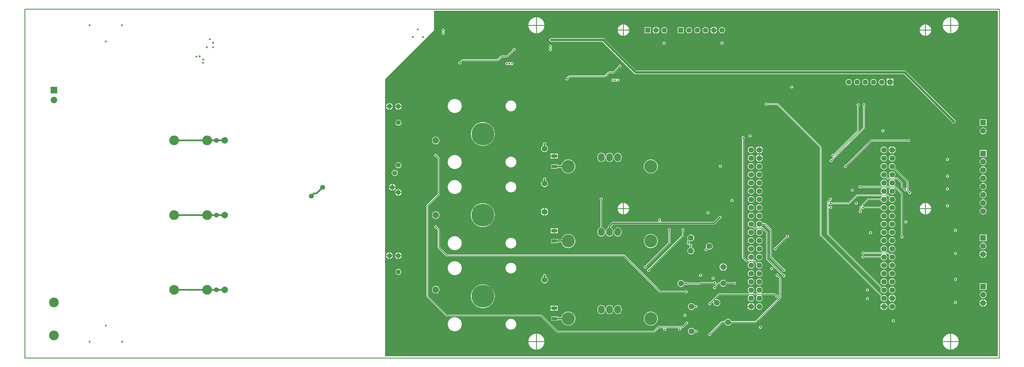
<source format=gbl>
G04 Layer_Physical_Order=4*
G04 Layer_Color=11796480*
%FSLAX43Y43*%
%MOMM*%
G71*
G01*
G75*
%ADD21C,2.000*%
%ADD23R,1.700X1.000*%
%ADD29C,0.250*%
%ADD30C,0.500*%
%ADD33C,0.150*%
%ADD36C,0.254*%
%ADD37O,2.000X2.500*%
%ADD38C,7.000*%
%ADD39C,1.524*%
%ADD40C,3.000*%
%ADD41C,1.600*%
%ADD42R,1.600X1.600*%
%ADD45C,1.700*%
%ADD46R,1.750X1.750*%
%ADD47C,1.750*%
%ADD48C,4.000*%
%ADD49R,2.000X2.000*%
%ADD50R,1.800X1.800*%
%ADD51C,1.800*%
%ADD52C,0.600*%
%ADD71C,0.750*%
G36*
X299500Y500D02*
X110900D01*
Y85900D01*
X126000Y101000D01*
X126000Y107000D01*
X299500D01*
Y500D01*
D02*
G37*
%LPC*%
G36*
X264460Y34629D02*
X264199Y34594D01*
X263956Y34493D01*
X263747Y34333D01*
X263586Y34124D01*
X263486Y33881D01*
X263451Y33620D01*
X263486Y33359D01*
X263586Y33116D01*
X263747Y32907D01*
X263956Y32746D01*
X264057Y32704D01*
X264023Y32529D01*
X258388D01*
X258324Y32624D01*
X258176Y32724D01*
X258000Y32759D01*
X257824Y32724D01*
X257676Y32624D01*
X257576Y32476D01*
X257541Y32300D01*
X257576Y32124D01*
X257676Y31976D01*
X257824Y31876D01*
X258000Y31841D01*
X258176Y31876D01*
X258324Y31976D01*
X258388Y32071D01*
X263821D01*
X263880Y31896D01*
X263747Y31793D01*
X263586Y31584D01*
X263486Y31341D01*
X263482Y31309D01*
X258408D01*
X258344Y31404D01*
X258196Y31504D01*
X258020Y31539D01*
X257844Y31504D01*
X257696Y31404D01*
X257596Y31256D01*
X257561Y31080D01*
X257596Y30904D01*
X257696Y30756D01*
X257844Y30656D01*
X258020Y30621D01*
X258196Y30656D01*
X258344Y30756D01*
X258408Y30851D01*
X263482D01*
X263486Y30819D01*
X263586Y30576D01*
X263747Y30367D01*
X263956Y30206D01*
X264199Y30106D01*
X264460Y30071D01*
X264721Y30106D01*
X264964Y30206D01*
X265173Y30367D01*
X265333Y30576D01*
X265434Y30819D01*
X265469Y31080D01*
X265434Y31341D01*
X265333Y31584D01*
X265173Y31793D01*
X265040Y31896D01*
X265099Y32071D01*
X265685D01*
X266146Y31610D01*
X266126Y31584D01*
X266026Y31341D01*
X265991Y31080D01*
X266026Y30819D01*
X266126Y30576D01*
X266287Y30367D01*
X266496Y30206D01*
X266739Y30106D01*
X267000Y30071D01*
X267261Y30106D01*
X267504Y30206D01*
X267713Y30367D01*
X267874Y30576D01*
X267974Y30819D01*
X268009Y31080D01*
X267974Y31341D01*
X267874Y31584D01*
X267713Y31793D01*
X267504Y31953D01*
X267261Y32054D01*
X267000Y32089D01*
X266739Y32054D01*
X266496Y31953D01*
X266470Y31934D01*
X265942Y32462D01*
X265868Y32512D01*
X265780Y32529D01*
X264897D01*
X264863Y32704D01*
X264964Y32746D01*
X265173Y32907D01*
X265333Y33116D01*
X265434Y33359D01*
X265469Y33620D01*
X265434Y33881D01*
X265333Y34124D01*
X265173Y34333D01*
X264964Y34493D01*
X264721Y34594D01*
X264460Y34629D01*
D02*
G37*
G36*
X295127Y33042D02*
Y32047D01*
X296122D01*
X296100Y32215D01*
X295986Y32489D01*
X295805Y32725D01*
X295569Y32906D01*
X295295Y33020D01*
X295127Y33042D01*
D02*
G37*
G36*
X226100Y34629D02*
X225839Y34594D01*
X225596Y34493D01*
X225387Y34333D01*
X225227Y34124D01*
X225126Y33881D01*
X225091Y33620D01*
X225126Y33359D01*
X225227Y33116D01*
X225387Y32907D01*
X225596Y32746D01*
X225839Y32646D01*
X226100Y32611D01*
X226361Y32646D01*
X226604Y32746D01*
X226813Y32907D01*
X226973Y33116D01*
X227074Y33359D01*
X227109Y33620D01*
X227074Y33881D01*
X226973Y34124D01*
X226813Y34333D01*
X226604Y34493D01*
X226361Y34594D01*
X226100Y34629D01*
D02*
G37*
G36*
X223560D02*
X223299Y34594D01*
X223056Y34493D01*
X222847Y34333D01*
X222686Y34124D01*
X222586Y33881D01*
X222551Y33620D01*
X222586Y33359D01*
X222686Y33116D01*
X222847Y32907D01*
X223056Y32746D01*
X223299Y32646D01*
X223560Y32611D01*
X223821Y32646D01*
X224064Y32746D01*
X224273Y32907D01*
X224433Y33116D01*
X224534Y33359D01*
X224569Y33620D01*
X224534Y33881D01*
X224433Y34124D01*
X224273Y34333D01*
X224064Y34493D01*
X223821Y34594D01*
X223560Y34629D01*
D02*
G37*
G36*
X294873Y33042D02*
X294705Y33020D01*
X294431Y32906D01*
X294195Y32725D01*
X294014Y32489D01*
X293900Y32215D01*
X293878Y32047D01*
X294873D01*
Y33042D01*
D02*
G37*
G36*
X115127Y32508D02*
Y31627D01*
X116008D01*
X115990Y31765D01*
X115887Y32012D01*
X115725Y32225D01*
X115512Y32387D01*
X115265Y32490D01*
X115127Y32508D01*
D02*
G37*
G36*
X114873Y32508D02*
X114735Y32490D01*
X114488Y32387D01*
X114275Y32225D01*
X114113Y32012D01*
X114010Y31765D01*
X113992Y31627D01*
X114873D01*
Y32508D01*
D02*
G37*
G36*
X286500Y32659D02*
X286324Y32624D01*
X286176Y32524D01*
X286076Y32376D01*
X286041Y32200D01*
X286076Y32024D01*
X286176Y31876D01*
X286324Y31776D01*
X286500Y31741D01*
X286676Y31776D01*
X286824Y31876D01*
X286924Y32024D01*
X286959Y32200D01*
X286924Y32376D01*
X286824Y32524D01*
X286676Y32624D01*
X286500Y32659D01*
D02*
G37*
G36*
X112377Y32508D02*
Y31627D01*
X113258D01*
X113240Y31765D01*
X113137Y32012D01*
X112975Y32225D01*
X112762Y32387D01*
X112515Y32490D01*
X112377Y32508D01*
D02*
G37*
G36*
X223560Y37169D02*
X223299Y37134D01*
X223056Y37033D01*
X222847Y36873D01*
X222686Y36664D01*
X222586Y36421D01*
X222551Y36160D01*
X222586Y35899D01*
X222686Y35656D01*
X222847Y35447D01*
X223056Y35286D01*
X223299Y35186D01*
X223560Y35151D01*
X223821Y35186D01*
X224064Y35286D01*
X224273Y35447D01*
X224433Y35656D01*
X224534Y35899D01*
X224569Y36160D01*
X224534Y36421D01*
X224433Y36664D01*
X224273Y36873D01*
X224064Y37033D01*
X223821Y37134D01*
X223560Y37169D01*
D02*
G37*
G36*
X192700Y38160D02*
X192279Y38119D01*
X191873Y37996D01*
X191500Y37796D01*
X191172Y37528D01*
X190904Y37200D01*
X190704Y36827D01*
X190581Y36421D01*
X190540Y36000D01*
X190581Y35579D01*
X190704Y35173D01*
X190904Y34800D01*
X191172Y34472D01*
X191500Y34204D01*
X191873Y34004D01*
X192279Y33881D01*
X192700Y33840D01*
X193121Y33881D01*
X193527Y34004D01*
X193900Y34204D01*
X194228Y34472D01*
X194496Y34800D01*
X194696Y35173D01*
X194819Y35579D01*
X194860Y36000D01*
X194819Y36421D01*
X194696Y36827D01*
X194496Y37200D01*
X194228Y37528D01*
X193900Y37796D01*
X193527Y37996D01*
X193121Y38119D01*
X192700Y38160D01*
D02*
G37*
G36*
X264460Y37169D02*
X264199Y37134D01*
X263956Y37033D01*
X263747Y36873D01*
X263586Y36664D01*
X263486Y36421D01*
X263451Y36160D01*
X263486Y35899D01*
X263586Y35656D01*
X263747Y35447D01*
X263956Y35286D01*
X264199Y35186D01*
X264460Y35151D01*
X264721Y35186D01*
X264964Y35286D01*
X265173Y35447D01*
X265333Y35656D01*
X265434Y35899D01*
X265469Y36160D01*
X265434Y36421D01*
X265333Y36664D01*
X265173Y36873D01*
X264964Y37033D01*
X264721Y37134D01*
X264460Y37169D01*
D02*
G37*
G36*
X226100D02*
X225839Y37134D01*
X225596Y37033D01*
X225387Y36873D01*
X225227Y36664D01*
X225126Y36421D01*
X225091Y36160D01*
X225126Y35899D01*
X225227Y35656D01*
X225387Y35447D01*
X225596Y35286D01*
X225839Y35186D01*
X226100Y35151D01*
X226361Y35186D01*
X226604Y35286D01*
X226813Y35447D01*
X226973Y35656D01*
X227074Y35899D01*
X227109Y36160D01*
X227074Y36421D01*
X226973Y36664D01*
X226813Y36873D01*
X226604Y37033D01*
X226361Y37134D01*
X226100Y37169D01*
D02*
G37*
G36*
X149650Y37008D02*
X149327Y36976D01*
X149016Y36882D01*
X148729Y36729D01*
X148478Y36522D01*
X148271Y36271D01*
X148118Y35984D01*
X148024Y35673D01*
X147992Y35350D01*
X148024Y35027D01*
X148118Y34716D01*
X148271Y34429D01*
X148478Y34178D01*
X148729Y33971D01*
X149016Y33818D01*
X149327Y33724D01*
X149650Y33692D01*
X149973Y33724D01*
X150284Y33818D01*
X150571Y33971D01*
X150822Y34178D01*
X151029Y34429D01*
X151182Y34716D01*
X151276Y35027D01*
X151308Y35350D01*
X151276Y35673D01*
X151182Y35984D01*
X151029Y36271D01*
X150822Y36522D01*
X150571Y36729D01*
X150284Y36882D01*
X149973Y36976D01*
X149650Y37008D01*
D02*
G37*
G36*
X132350Y37510D02*
X131929Y37469D01*
X131523Y37346D01*
X131150Y37146D01*
X130822Y36878D01*
X130554Y36550D01*
X130354Y36177D01*
X130231Y35771D01*
X130190Y35350D01*
X130231Y34929D01*
X130354Y34523D01*
X130554Y34150D01*
X130822Y33822D01*
X131150Y33554D01*
X131523Y33354D01*
X131929Y33231D01*
X132350Y33190D01*
X132771Y33231D01*
X133177Y33354D01*
X133550Y33554D01*
X133878Y33822D01*
X134146Y34150D01*
X134346Y34523D01*
X134469Y34929D01*
X134510Y35350D01*
X134469Y35771D01*
X134346Y36177D01*
X134146Y36550D01*
X133878Y36878D01*
X133550Y37146D01*
X133177Y37346D01*
X132771Y37469D01*
X132350Y37510D01*
D02*
G37*
G36*
X267000Y34629D02*
X266739Y34594D01*
X266496Y34493D01*
X266287Y34333D01*
X266126Y34124D01*
X266026Y33881D01*
X265991Y33620D01*
X266026Y33359D01*
X266126Y33116D01*
X266287Y32907D01*
X266496Y32746D01*
X266739Y32646D01*
X267000Y32611D01*
X267261Y32646D01*
X267504Y32746D01*
X267713Y32907D01*
X267874Y33116D01*
X267974Y33359D01*
X268009Y33620D01*
X267974Y33881D01*
X267874Y34124D01*
X267713Y34333D01*
X267504Y34493D01*
X267261Y34594D01*
X267000Y34629D01*
D02*
G37*
G36*
X295000Y35494D02*
X294732Y35459D01*
X294483Y35355D01*
X294269Y35191D01*
X294105Y34977D01*
X294001Y34728D01*
X293966Y34460D01*
X294001Y34192D01*
X294105Y33943D01*
X294269Y33729D01*
X294483Y33565D01*
X294732Y33461D01*
X295000Y33426D01*
X295268Y33461D01*
X295517Y33565D01*
X295731Y33729D01*
X295895Y33943D01*
X295999Y34192D01*
X296034Y34460D01*
X295999Y34728D01*
X295895Y34977D01*
X295731Y35191D01*
X295517Y35355D01*
X295268Y35459D01*
X295000Y35494D01*
D02*
G37*
G36*
X210700Y35459D02*
X210426Y35423D01*
X210170Y35317D01*
X209951Y35149D01*
X209783Y34930D01*
X209677Y34674D01*
X209641Y34400D01*
X209677Y34126D01*
X209744Y33965D01*
X209701Y33893D01*
X209625Y33804D01*
X209474Y33774D01*
X209326Y33674D01*
X209226Y33526D01*
X209191Y33350D01*
X209226Y33174D01*
X209326Y33026D01*
X209474Y32926D01*
X209650Y32891D01*
X209826Y32926D01*
X209974Y33026D01*
X210074Y33174D01*
X210104Y33325D01*
X210193Y33401D01*
X210265Y33444D01*
X210426Y33377D01*
X210700Y33341D01*
X210974Y33377D01*
X211230Y33483D01*
X211449Y33651D01*
X211617Y33870D01*
X211723Y34126D01*
X211759Y34400D01*
X211723Y34674D01*
X211617Y34930D01*
X211449Y35149D01*
X211230Y35317D01*
X210974Y35423D01*
X210700Y35459D01*
D02*
G37*
G36*
X267000Y29549D02*
X266739Y29514D01*
X266496Y29413D01*
X266287Y29253D01*
X266126Y29044D01*
X266026Y28801D01*
X265991Y28540D01*
X266026Y28279D01*
X266126Y28036D01*
X266287Y27827D01*
X266496Y27667D01*
X266739Y27566D01*
X267000Y27531D01*
X267261Y27566D01*
X267504Y27667D01*
X267713Y27827D01*
X267874Y28036D01*
X267974Y28279D01*
X268009Y28540D01*
X267974Y28801D01*
X267874Y29044D01*
X267713Y29253D01*
X267504Y29413D01*
X267261Y29514D01*
X267000Y29549D01*
D02*
G37*
G36*
X264460D02*
X264199Y29514D01*
X263956Y29413D01*
X263747Y29253D01*
X263586Y29044D01*
X263486Y28801D01*
X263451Y28540D01*
X263486Y28279D01*
X263586Y28036D01*
X263747Y27827D01*
X263956Y27667D01*
X264199Y27566D01*
X264460Y27531D01*
X264721Y27566D01*
X264964Y27667D01*
X265173Y27827D01*
X265333Y28036D01*
X265434Y28279D01*
X265469Y28540D01*
X265434Y28801D01*
X265333Y29044D01*
X265173Y29253D01*
X264964Y29413D01*
X264721Y29514D01*
X264460Y29549D01*
D02*
G37*
G36*
X215127Y29147D02*
Y28127D01*
X216147D01*
X216124Y28301D01*
X216008Y28582D01*
X215823Y28823D01*
X215582Y29008D01*
X215301Y29124D01*
X215127Y29147D01*
D02*
G37*
G36*
X214873Y29147D02*
X214699Y29124D01*
X214418Y29008D01*
X214177Y28823D01*
X213992Y28582D01*
X213876Y28301D01*
X213853Y28127D01*
X214873D01*
Y29147D01*
D02*
G37*
G36*
X221100Y68359D02*
X220924Y68324D01*
X220776Y68224D01*
X220676Y68076D01*
X220641Y67900D01*
X220676Y67724D01*
X220776Y67576D01*
X220820Y67546D01*
Y31000D01*
X220841Y30893D01*
X220902Y30802D01*
X222102Y29602D01*
X222193Y29541D01*
X222300Y29520D01*
X222907D01*
X222966Y29345D01*
X222847Y29253D01*
X222686Y29044D01*
X222586Y28801D01*
X222551Y28540D01*
X222586Y28279D01*
X222686Y28036D01*
X222847Y27827D01*
X223056Y27667D01*
X223299Y27566D01*
X223560Y27531D01*
X223821Y27566D01*
X224064Y27667D01*
X224273Y27827D01*
X224433Y28036D01*
X224534Y28279D01*
X224569Y28540D01*
X224534Y28801D01*
X224433Y29044D01*
X224273Y29253D01*
X224154Y29345D01*
X224213Y29520D01*
X224724D01*
X225218Y29025D01*
X225126Y28801D01*
X225091Y28540D01*
X225126Y28279D01*
X225227Y28036D01*
X225387Y27827D01*
X225596Y27667D01*
X225839Y27566D01*
X226100Y27531D01*
X226361Y27566D01*
X226604Y27667D01*
X226813Y27827D01*
X226973Y28036D01*
X227074Y28279D01*
X227109Y28540D01*
X227074Y28801D01*
X226973Y29044D01*
X226813Y29253D01*
X226604Y29413D01*
X226361Y29514D01*
X226100Y29549D01*
X225839Y29514D01*
X225615Y29421D01*
X225038Y29998D01*
X224947Y30059D01*
X224840Y30080D01*
X224187D01*
X224128Y30255D01*
X224273Y30367D01*
X224433Y30576D01*
X224534Y30819D01*
X224569Y31080D01*
X224534Y31341D01*
X224433Y31584D01*
X224273Y31793D01*
X224064Y31953D01*
X223821Y32054D01*
X223560Y32089D01*
X223299Y32054D01*
X223056Y31953D01*
X222847Y31793D01*
X222686Y31584D01*
X222586Y31341D01*
X222551Y31080D01*
X222586Y30819D01*
X222686Y30576D01*
X222847Y30367D01*
X222992Y30255D01*
X222933Y30080D01*
X222416D01*
X221380Y31116D01*
Y67546D01*
X221424Y67576D01*
X221524Y67724D01*
X221559Y67900D01*
X221524Y68076D01*
X221424Y68224D01*
X221276Y68324D01*
X221100Y68359D01*
D02*
G37*
G36*
X216147Y27873D02*
X215127D01*
Y26853D01*
X215301Y26876D01*
X215582Y26992D01*
X215823Y27177D01*
X216008Y27418D01*
X216124Y27699D01*
X216147Y27873D01*
D02*
G37*
G36*
X214873D02*
X213853D01*
X213876Y27699D01*
X213992Y27418D01*
X214177Y27177D01*
X214418Y26992D01*
X214699Y26876D01*
X214873Y26853D01*
Y27873D01*
D02*
G37*
G36*
X202600Y39859D02*
X202424Y39824D01*
X202276Y39724D01*
X202176Y39576D01*
X202141Y39400D01*
X202176Y39224D01*
X202276Y39076D01*
X202320Y39046D01*
Y37716D01*
X192052Y27448D01*
X192000Y27459D01*
X191824Y27424D01*
X191676Y27324D01*
X191576Y27176D01*
X191541Y27000D01*
X191576Y26824D01*
X191676Y26676D01*
X191824Y26576D01*
X192000Y26541D01*
X192176Y26576D01*
X192324Y26676D01*
X192424Y26824D01*
X192459Y27000D01*
X192448Y27052D01*
X202798Y37402D01*
X202859Y37493D01*
X202880Y37600D01*
Y39046D01*
X202924Y39076D01*
X203024Y39224D01*
X203059Y39400D01*
X203024Y39576D01*
X202924Y39724D01*
X202776Y39824D01*
X202600Y39859D01*
D02*
G37*
G36*
X229900Y27959D02*
X229724Y27924D01*
X229576Y27824D01*
X229476Y27676D01*
X229441Y27500D01*
X229476Y27324D01*
X229576Y27176D01*
X229724Y27076D01*
X229900Y27041D01*
X230076Y27076D01*
X230224Y27176D01*
X230324Y27324D01*
X230359Y27500D01*
X230324Y27676D01*
X230224Y27824D01*
X230076Y27924D01*
X229900Y27959D01*
D02*
G37*
G36*
X294873Y31793D02*
X293878D01*
X293900Y31625D01*
X294014Y31351D01*
X294195Y31115D01*
X294431Y30934D01*
X294705Y30820D01*
X294873Y30798D01*
Y31793D01*
D02*
G37*
G36*
X113258Y31373D02*
X112377D01*
Y30492D01*
X112515Y30510D01*
X112762Y30613D01*
X112975Y30775D01*
X113137Y30988D01*
X113240Y31235D01*
X113258Y31373D01*
D02*
G37*
G36*
X112123Y32508D02*
X111985Y32490D01*
X111738Y32387D01*
X111525Y32225D01*
X111363Y32012D01*
X111260Y31765D01*
X111242Y31627D01*
X112123D01*
Y32508D01*
D02*
G37*
G36*
X296122Y31793D02*
X295127D01*
Y30798D01*
X295295Y30820D01*
X295569Y30934D01*
X295805Y31115D01*
X295986Y31351D01*
X296100Y31625D01*
X296122Y31793D01*
D02*
G37*
G36*
X114873Y31373D02*
X113992D01*
X114010Y31235D01*
X114113Y30988D01*
X114275Y30775D01*
X114488Y30613D01*
X114735Y30510D01*
X114873Y30492D01*
Y31373D01*
D02*
G37*
G36*
X226100Y32089D02*
X225839Y32054D01*
X225596Y31953D01*
X225387Y31793D01*
X225227Y31584D01*
X225126Y31341D01*
X225091Y31080D01*
X225126Y30819D01*
X225227Y30576D01*
X225387Y30367D01*
X225596Y30206D01*
X225839Y30106D01*
X226100Y30071D01*
X226361Y30106D01*
X226604Y30206D01*
X226813Y30367D01*
X226973Y30576D01*
X227074Y30819D01*
X227109Y31080D01*
X227074Y31341D01*
X226973Y31584D01*
X226813Y31793D01*
X226604Y31953D01*
X226361Y32054D01*
X226100Y32089D01*
D02*
G37*
G36*
X198400Y39959D02*
X198224Y39924D01*
X198076Y39824D01*
X197976Y39676D01*
X197941Y39500D01*
X197976Y39324D01*
X198076Y39176D01*
X198120Y39146D01*
Y35516D01*
X191052Y28448D01*
X191000Y28459D01*
X190824Y28424D01*
X190676Y28324D01*
X190576Y28176D01*
X190541Y28000D01*
X190576Y27824D01*
X190676Y27676D01*
X190824Y27576D01*
X191000Y27541D01*
X191176Y27576D01*
X191324Y27676D01*
X191424Y27824D01*
X191459Y28000D01*
X191448Y28052D01*
X198598Y35202D01*
X198659Y35293D01*
X198680Y35400D01*
Y39146D01*
X198724Y39176D01*
X198824Y39324D01*
X198859Y39500D01*
X198824Y39676D01*
X198724Y39824D01*
X198576Y39924D01*
X198400Y39959D01*
D02*
G37*
G36*
X116008Y31373D02*
X115127D01*
Y30492D01*
X115265Y30510D01*
X115512Y30613D01*
X115725Y30775D01*
X115887Y30988D01*
X115990Y31235D01*
X116008Y31373D01*
D02*
G37*
G36*
X112123D02*
X111242D01*
X111260Y31235D01*
X111363Y30988D01*
X111525Y30775D01*
X111738Y30613D01*
X111985Y30510D01*
X112123Y30492D01*
Y31373D01*
D02*
G37*
G36*
X264460Y44789D02*
X264199Y44754D01*
X263956Y44653D01*
X263747Y44493D01*
X263586Y44284D01*
X263486Y44041D01*
X263451Y43780D01*
X263486Y43519D01*
X263586Y43276D01*
X263747Y43067D01*
X263956Y42907D01*
X264199Y42806D01*
X264460Y42771D01*
X264721Y42806D01*
X264964Y42907D01*
X265173Y43067D01*
X265333Y43276D01*
X265434Y43519D01*
X265469Y43780D01*
X265434Y44041D01*
X265333Y44284D01*
X265173Y44493D01*
X264964Y44653D01*
X264721Y44754D01*
X264460Y44789D01*
D02*
G37*
G36*
X226100D02*
X225839Y44754D01*
X225596Y44653D01*
X225387Y44493D01*
X225227Y44284D01*
X225126Y44041D01*
X225091Y43780D01*
X225126Y43519D01*
X225227Y43276D01*
X225387Y43067D01*
X225596Y42907D01*
X225839Y42806D01*
X226100Y42771D01*
X226361Y42806D01*
X226604Y42907D01*
X226813Y43067D01*
X226973Y43276D01*
X227074Y43519D01*
X227109Y43780D01*
X227074Y44041D01*
X226973Y44284D01*
X226813Y44493D01*
X226604Y44653D01*
X226361Y44754D01*
X226100Y44789D01*
D02*
G37*
G36*
X126500Y45160D02*
X126200Y45120D01*
X125920Y45005D01*
X125680Y44820D01*
X125495Y44580D01*
X125380Y44300D01*
X125340Y44000D01*
X125380Y43700D01*
X125495Y43420D01*
X125680Y43180D01*
X125920Y42995D01*
X126200Y42880D01*
X126500Y42840D01*
X126800Y42880D01*
X127080Y42995D01*
X127320Y43180D01*
X127505Y43420D01*
X127620Y43700D01*
X127660Y44000D01*
X127620Y44300D01*
X127505Y44580D01*
X127320Y44820D01*
X127080Y45005D01*
X126800Y45120D01*
X126500Y45160D01*
D02*
G37*
G36*
X267000Y44789D02*
X266739Y44754D01*
X266496Y44653D01*
X266287Y44493D01*
X266126Y44284D01*
X266026Y44041D01*
X265991Y43780D01*
X266026Y43519D01*
X266126Y43276D01*
X266287Y43067D01*
X266496Y42907D01*
X266739Y42806D01*
X267000Y42771D01*
X267261Y42806D01*
X267504Y42907D01*
X267713Y43067D01*
X267874Y43276D01*
X267974Y43519D01*
X268009Y43780D01*
X267974Y44041D01*
X267874Y44284D01*
X267713Y44493D01*
X267504Y44653D01*
X267261Y44754D01*
X267000Y44789D01*
D02*
G37*
G36*
X223560D02*
X223299Y44754D01*
X223056Y44653D01*
X222847Y44493D01*
X222686Y44284D01*
X222586Y44041D01*
X222551Y43780D01*
X222586Y43519D01*
X222686Y43276D01*
X222847Y43067D01*
X223056Y42907D01*
X223299Y42806D01*
X223560Y42771D01*
X223821Y42806D01*
X224064Y42907D01*
X224273Y43067D01*
X224433Y43276D01*
X224534Y43519D01*
X224569Y43780D01*
X224534Y44041D01*
X224433Y44284D01*
X224273Y44493D01*
X224064Y44653D01*
X223821Y44754D01*
X223560Y44789D01*
D02*
G37*
G36*
X141000Y47661D02*
X140427Y47616D01*
X139869Y47482D01*
X139338Y47262D01*
X138848Y46962D01*
X138411Y46589D01*
X138038Y46152D01*
X137738Y45662D01*
X137518Y45131D01*
X137384Y44573D01*
X137339Y44000D01*
X137384Y43427D01*
X137518Y42869D01*
X137738Y42338D01*
X138038Y41848D01*
X138411Y41411D01*
X138848Y41038D01*
X139338Y40738D01*
X139869Y40518D01*
X140427Y40384D01*
X141000Y40339D01*
X141573Y40384D01*
X142131Y40518D01*
X142662Y40738D01*
X143152Y41038D01*
X143589Y41411D01*
X143962Y41848D01*
X144262Y42338D01*
X144482Y42869D01*
X144616Y43427D01*
X144661Y44000D01*
X144616Y44573D01*
X144482Y45131D01*
X144262Y45662D01*
X143962Y46152D01*
X143589Y46589D01*
X143152Y46962D01*
X142662Y47262D01*
X142131Y47482D01*
X141573Y47616D01*
X141000Y47661D01*
D02*
G37*
G36*
X226100Y42249D02*
X225839Y42214D01*
X225596Y42113D01*
X225387Y41953D01*
X225227Y41744D01*
X225126Y41501D01*
X225091Y41240D01*
X225126Y40979D01*
X225227Y40736D01*
X225387Y40527D01*
X225480Y40455D01*
X225420Y40280D01*
X224916D01*
X224441Y40755D01*
X224534Y40979D01*
X224569Y41240D01*
X224534Y41501D01*
X224433Y41744D01*
X224273Y41953D01*
X224064Y42113D01*
X223821Y42214D01*
X223560Y42249D01*
X223299Y42214D01*
X223056Y42113D01*
X222847Y41953D01*
X222686Y41744D01*
X222586Y41501D01*
X222551Y41240D01*
X222586Y40979D01*
X222686Y40736D01*
X222847Y40527D01*
X223056Y40367D01*
X223299Y40266D01*
X223560Y40231D01*
X223821Y40266D01*
X224045Y40358D01*
X224602Y39802D01*
X224693Y39741D01*
X224800Y39720D01*
X225513D01*
X225519Y39710D01*
X225558Y39545D01*
X225387Y39413D01*
X225227Y39204D01*
X225126Y38961D01*
X225091Y38700D01*
X225126Y38439D01*
X225227Y38196D01*
X225387Y37987D01*
X225596Y37826D01*
X225839Y37726D01*
X226100Y37691D01*
X226361Y37726D01*
X226604Y37826D01*
X226813Y37987D01*
X226973Y38196D01*
X227074Y38439D01*
X227109Y38700D01*
X227074Y38961D01*
X226973Y39204D01*
X226813Y39413D01*
X226642Y39545D01*
X226681Y39710D01*
X226687Y39720D01*
X226984D01*
X228220Y38484D01*
Y30500D01*
X228241Y30393D01*
X228302Y30302D01*
X233252Y25352D01*
X233241Y25300D01*
X233276Y25124D01*
X233376Y24976D01*
X233524Y24876D01*
X233700Y24841D01*
X233876Y24876D01*
X234024Y24976D01*
X234124Y25124D01*
X234159Y25300D01*
X234124Y25476D01*
X234024Y25624D01*
X233876Y25724D01*
X233700Y25759D01*
X233648Y25748D01*
X228780Y30616D01*
Y38600D01*
X228759Y38707D01*
X228698Y38798D01*
X227298Y40198D01*
X227207Y40259D01*
X227100Y40280D01*
X226780D01*
X226720Y40455D01*
X226813Y40527D01*
X226973Y40736D01*
X227066Y40960D01*
X227744D01*
X229420Y39284D01*
Y31000D01*
X229441Y30893D01*
X229502Y30802D01*
X233252Y27052D01*
X233241Y27000D01*
X233276Y26824D01*
X233376Y26676D01*
X233524Y26576D01*
X233700Y26541D01*
X233876Y26576D01*
X234024Y26676D01*
X234124Y26824D01*
X234159Y27000D01*
X234124Y27176D01*
X234024Y27324D01*
X233876Y27424D01*
X233700Y27459D01*
X233648Y27448D01*
X229980Y31116D01*
Y39400D01*
X229959Y39507D01*
X229898Y39598D01*
X228058Y41438D01*
X227967Y41499D01*
X227860Y41520D01*
X227066D01*
X226973Y41744D01*
X226813Y41953D01*
X226604Y42113D01*
X226361Y42214D01*
X226100Y42249D01*
D02*
G37*
G36*
X214000Y43759D02*
X213824Y43724D01*
X213676Y43624D01*
X213576Y43476D01*
X213570Y43447D01*
X212031Y41908D01*
X195669D01*
X195584Y42070D01*
X195586Y42083D01*
X195724Y42176D01*
X195824Y42324D01*
X195859Y42500D01*
X195824Y42676D01*
X195724Y42824D01*
X195576Y42924D01*
X195400Y42959D01*
X195224Y42924D01*
X195076Y42824D01*
X194976Y42676D01*
X194941Y42500D01*
X194976Y42324D01*
X195076Y42176D01*
X195214Y42083D01*
X195216Y42070D01*
X195131Y41908D01*
X181000D01*
X181000Y41908D01*
X180844Y41877D01*
X180712Y41788D01*
X179712Y40788D01*
X179623Y40656D01*
X179592Y40500D01*
X179592Y40500D01*
Y40126D01*
X179420Y40055D01*
X179180Y39870D01*
X178995Y39630D01*
X178880Y39350D01*
X178840Y39050D01*
Y38550D01*
X178880Y38250D01*
X178995Y37970D01*
X179180Y37730D01*
X179420Y37545D01*
X179700Y37430D01*
X180000Y37390D01*
X180300Y37430D01*
X180580Y37545D01*
X180820Y37730D01*
X181005Y37970D01*
X181120Y38250D01*
X181160Y38550D01*
Y39050D01*
X181120Y39350D01*
X181005Y39630D01*
X180820Y39870D01*
X180580Y40055D01*
X180408Y40126D01*
Y40331D01*
X181169Y41092D01*
X212200D01*
X212200Y41092D01*
X212356Y41123D01*
X212488Y41212D01*
X214147Y42870D01*
X214176Y42876D01*
X214324Y42976D01*
X214424Y43124D01*
X214459Y43300D01*
X214424Y43476D01*
X214324Y43624D01*
X214176Y43724D01*
X214000Y43759D01*
D02*
G37*
G36*
X271200Y42359D02*
X271024Y42324D01*
X270876Y42224D01*
X270776Y42076D01*
X270741Y41900D01*
X270776Y41724D01*
X270876Y41576D01*
X271024Y41476D01*
X271200Y41441D01*
X271376Y41476D01*
X271524Y41576D01*
X271624Y41724D01*
X271659Y41900D01*
X271624Y42076D01*
X271524Y42224D01*
X271376Y42324D01*
X271200Y42359D01*
D02*
G37*
G36*
X279000Y45873D02*
X277377D01*
Y44250D01*
X277594Y44271D01*
X277924Y44372D01*
X278229Y44535D01*
X278496Y44754D01*
X278715Y45021D01*
X278878Y45326D01*
X278979Y45656D01*
X279000Y45873D01*
D02*
G37*
G36*
X277123D02*
X275500D01*
X275521Y45656D01*
X275622Y45326D01*
X275785Y45021D01*
X276004Y44754D01*
X276271Y44535D01*
X276576Y44372D01*
X276906Y44271D01*
X277123Y44250D01*
Y45873D01*
D02*
G37*
G36*
X159873Y46147D02*
X159699Y46124D01*
X159418Y46008D01*
X159177Y45823D01*
X158992Y45582D01*
X158876Y45301D01*
X158853Y45127D01*
X159873D01*
Y46147D01*
D02*
G37*
G36*
X210270Y45189D02*
X210094Y45154D01*
X209946Y45054D01*
X209846Y44906D01*
X209811Y44730D01*
X209846Y44554D01*
X209946Y44406D01*
X210094Y44306D01*
X210270Y44271D01*
X210446Y44306D01*
X210594Y44406D01*
X210694Y44554D01*
X210729Y44730D01*
X210694Y44906D01*
X210594Y45054D01*
X210446Y45154D01*
X210270Y45189D01*
D02*
G37*
G36*
X186000Y45873D02*
X184377D01*
Y44250D01*
X184594Y44271D01*
X184924Y44372D01*
X185229Y44535D01*
X185496Y44754D01*
X185715Y45021D01*
X185878Y45326D01*
X185979Y45656D01*
X186000Y45873D01*
D02*
G37*
G36*
X161147Y44873D02*
X160127D01*
Y43853D01*
X160301Y43876D01*
X160582Y43992D01*
X160823Y44177D01*
X161008Y44418D01*
X161124Y44699D01*
X161147Y44873D01*
D02*
G37*
G36*
X159873D02*
X158853D01*
X158876Y44699D01*
X158992Y44418D01*
X159177Y44177D01*
X159418Y43992D01*
X159699Y43876D01*
X159873Y43853D01*
Y44873D01*
D02*
G37*
G36*
X184123Y45873D02*
X182500D01*
X182521Y45656D01*
X182622Y45326D01*
X182785Y45021D01*
X183004Y44754D01*
X183271Y44535D01*
X183576Y44372D01*
X183906Y44271D01*
X184123Y44250D01*
Y45873D01*
D02*
G37*
G36*
X295000Y46279D02*
X294726Y46243D01*
X294470Y46137D01*
X294251Y45969D01*
X294083Y45750D01*
X293977Y45494D01*
X293941Y45220D01*
X293977Y44946D01*
X294083Y44690D01*
X294251Y44471D01*
X294470Y44303D01*
X294726Y44197D01*
X295000Y44161D01*
X295274Y44197D01*
X295530Y44303D01*
X295749Y44471D01*
X295917Y44690D01*
X296023Y44946D01*
X296059Y45220D01*
X296023Y45494D01*
X295917Y45750D01*
X295749Y45969D01*
X295530Y46137D01*
X295274Y46243D01*
X295000Y46279D01*
D02*
G37*
G36*
X182550Y40210D02*
X182250Y40170D01*
X181970Y40055D01*
X181730Y39870D01*
X181545Y39630D01*
X181430Y39350D01*
X181390Y39050D01*
Y38550D01*
X181430Y38250D01*
X181545Y37970D01*
X181730Y37730D01*
X181970Y37545D01*
X182250Y37430D01*
X182550Y37390D01*
X182850Y37430D01*
X183130Y37545D01*
X183370Y37730D01*
X183555Y37970D01*
X183670Y38250D01*
X183710Y38550D01*
Y39050D01*
X183670Y39350D01*
X183555Y39630D01*
X183370Y39870D01*
X183130Y40055D01*
X182850Y40170D01*
X182550Y40210D01*
D02*
G37*
G36*
X177450Y49409D02*
X177274Y49374D01*
X177126Y49274D01*
X177026Y49126D01*
X176991Y48950D01*
X177026Y48774D01*
X177126Y48626D01*
X177170Y48596D01*
Y40173D01*
X177150Y40170D01*
X176870Y40055D01*
X176630Y39870D01*
X176445Y39630D01*
X176330Y39350D01*
X176290Y39050D01*
Y38550D01*
X176330Y38250D01*
X176445Y37970D01*
X176630Y37730D01*
X176870Y37545D01*
X177150Y37430D01*
X177450Y37390D01*
X177750Y37430D01*
X178030Y37545D01*
X178270Y37730D01*
X178455Y37970D01*
X178570Y38250D01*
X178610Y38550D01*
Y39050D01*
X178570Y39350D01*
X178455Y39630D01*
X178270Y39870D01*
X178030Y40055D01*
X177750Y40170D01*
X177730Y40173D01*
Y48596D01*
X177774Y48626D01*
X177874Y48774D01*
X177909Y48950D01*
X177874Y49126D01*
X177774Y49274D01*
X177626Y49374D01*
X177450Y49409D01*
D02*
G37*
G36*
X264460Y39709D02*
X264199Y39674D01*
X263956Y39573D01*
X263747Y39413D01*
X263586Y39204D01*
X263486Y38961D01*
X263451Y38700D01*
X263486Y38439D01*
X263586Y38196D01*
X263747Y37987D01*
X263956Y37826D01*
X264199Y37726D01*
X264460Y37691D01*
X264721Y37726D01*
X264964Y37826D01*
X265173Y37987D01*
X265333Y38196D01*
X265434Y38439D01*
X265469Y38700D01*
X265434Y38961D01*
X265333Y39204D01*
X265173Y39413D01*
X264964Y39573D01*
X264721Y39674D01*
X264460Y39709D01*
D02*
G37*
G36*
X223560D02*
X223299Y39674D01*
X223056Y39573D01*
X222847Y39413D01*
X222686Y39204D01*
X222586Y38961D01*
X222551Y38700D01*
X222586Y38439D01*
X222686Y38196D01*
X222847Y37987D01*
X223056Y37826D01*
X223299Y37726D01*
X223560Y37691D01*
X223821Y37726D01*
X224064Y37826D01*
X224273Y37987D01*
X224433Y38196D01*
X224534Y38439D01*
X224569Y38700D01*
X224534Y38961D01*
X224433Y39204D01*
X224273Y39413D01*
X224064Y39573D01*
X223821Y39674D01*
X223560Y39709D01*
D02*
G37*
G36*
X234760Y37859D02*
X234584Y37824D01*
X234436Y37724D01*
X234336Y37576D01*
X234301Y37400D01*
X234312Y37348D01*
X231032Y34068D01*
X230980Y34079D01*
X230804Y34044D01*
X230656Y33944D01*
X230556Y33796D01*
X230521Y33620D01*
X230556Y33444D01*
X230656Y33296D01*
X230804Y33196D01*
X230980Y33161D01*
X231156Y33196D01*
X231304Y33296D01*
X231404Y33444D01*
X231439Y33620D01*
X231428Y33672D01*
X234708Y36952D01*
X234760Y36941D01*
X234936Y36976D01*
X235084Y37076D01*
X235184Y37224D01*
X235219Y37400D01*
X235184Y37576D01*
X235084Y37724D01*
X234936Y37824D01*
X234760Y37859D01*
D02*
G37*
G36*
X205000Y38059D02*
X204726Y38023D01*
X204470Y37917D01*
X204251Y37749D01*
X204083Y37530D01*
X203977Y37274D01*
X203941Y37000D01*
X203977Y36726D01*
X204080Y36477D01*
X204002Y36398D01*
X203941Y36307D01*
X203920Y36200D01*
Y35654D01*
X203876Y35624D01*
X203776Y35476D01*
X203741Y35300D01*
X203776Y35124D01*
X203876Y34976D01*
X204024Y34876D01*
X204200Y34841D01*
X204376Y34876D01*
X204428Y34911D01*
X204499Y34870D01*
X204570Y34796D01*
X204541Y34650D01*
X204576Y34474D01*
X204676Y34326D01*
X204720Y34296D01*
Y34020D01*
X204470Y33917D01*
X204251Y33749D01*
X204083Y33530D01*
X203977Y33274D01*
X203941Y33000D01*
X203977Y32726D01*
X204083Y32470D01*
X204251Y32251D01*
X204470Y32083D01*
X204726Y31977D01*
X205000Y31941D01*
X205274Y31977D01*
X205530Y32083D01*
X205749Y32251D01*
X205917Y32470D01*
X206023Y32726D01*
X206059Y33000D01*
X206023Y33274D01*
X205917Y33530D01*
X205749Y33749D01*
X205530Y33917D01*
X205280Y34020D01*
Y34296D01*
X205324Y34326D01*
X205424Y34474D01*
X205459Y34650D01*
X205424Y34826D01*
X205324Y34974D01*
X205176Y35074D01*
X205000Y35109D01*
X204824Y35074D01*
X204772Y35039D01*
X204701Y35080D01*
X204630Y35154D01*
X204659Y35300D01*
X204624Y35476D01*
X204524Y35624D01*
X204480Y35654D01*
Y35921D01*
X204626Y36018D01*
X204726Y35977D01*
X205000Y35941D01*
X205274Y35977D01*
X205530Y36083D01*
X205749Y36251D01*
X205917Y36470D01*
X206023Y36726D01*
X206059Y37000D01*
X206023Y37274D01*
X205917Y37530D01*
X205749Y37749D01*
X205530Y37917D01*
X205274Y38023D01*
X205000Y38059D01*
D02*
G37*
G36*
X267000Y37169D02*
X266739Y37134D01*
X266496Y37033D01*
X266287Y36873D01*
X266126Y36664D01*
X266026Y36421D01*
X265991Y36160D01*
X266026Y35899D01*
X266126Y35656D01*
X266287Y35447D01*
X266496Y35286D01*
X266739Y35186D01*
X267000Y35151D01*
X267261Y35186D01*
X267504Y35286D01*
X267713Y35447D01*
X267874Y35656D01*
X267974Y35899D01*
X268009Y36160D01*
X267974Y36421D01*
X267874Y36664D01*
X267713Y36873D01*
X267504Y37033D01*
X267261Y37134D01*
X267000Y37169D01*
D02*
G37*
G36*
X167300Y38160D02*
X166879Y38119D01*
X166473Y37996D01*
X166100Y37796D01*
X165772Y37528D01*
X165504Y37200D01*
X165304Y36827D01*
X165181Y36421D01*
X165180Y36408D01*
X164000D01*
Y36650D01*
X162000D01*
Y35350D01*
X164000D01*
Y35592D01*
X165180D01*
X165181Y35579D01*
X165304Y35173D01*
X165504Y34800D01*
X165772Y34472D01*
X166100Y34204D01*
X166473Y34004D01*
X166879Y33881D01*
X167300Y33840D01*
X167721Y33881D01*
X168127Y34004D01*
X168500Y34204D01*
X168828Y34472D01*
X169096Y34800D01*
X169296Y35173D01*
X169419Y35579D01*
X169460Y36000D01*
X169419Y36421D01*
X169296Y36827D01*
X169096Y37200D01*
X168828Y37528D01*
X168500Y37796D01*
X168127Y37996D01*
X167721Y38119D01*
X167300Y38160D01*
D02*
G37*
G36*
X296025Y38025D02*
X293975D01*
Y35975D01*
X296025D01*
Y38025D01*
D02*
G37*
G36*
X164104Y39954D02*
X163127D01*
Y39327D01*
X164104D01*
Y39954D01*
D02*
G37*
G36*
X162873D02*
X161896D01*
Y39327D01*
X162873D01*
Y39954D01*
D02*
G37*
G36*
X267000Y42249D02*
X266739Y42214D01*
X266496Y42113D01*
X266287Y41953D01*
X266126Y41744D01*
X266026Y41501D01*
X265991Y41240D01*
X266026Y40979D01*
X266126Y40736D01*
X266287Y40527D01*
X266496Y40367D01*
X266739Y40266D01*
X267000Y40231D01*
X267261Y40266D01*
X267504Y40367D01*
X267713Y40527D01*
X267874Y40736D01*
X267974Y40979D01*
X268009Y41240D01*
X267974Y41501D01*
X267874Y41744D01*
X267713Y41953D01*
X267504Y42113D01*
X267261Y42214D01*
X267000Y42249D01*
D02*
G37*
G36*
X264460D02*
X264199Y42214D01*
X263956Y42113D01*
X263747Y41953D01*
X263586Y41744D01*
X263486Y41501D01*
X263451Y41240D01*
X263486Y40979D01*
X263586Y40736D01*
X263747Y40527D01*
X263956Y40367D01*
X264199Y40266D01*
X264460Y40231D01*
X264721Y40266D01*
X264964Y40367D01*
X265173Y40527D01*
X265333Y40736D01*
X265434Y40979D01*
X265469Y41240D01*
X265434Y41501D01*
X265333Y41744D01*
X265173Y41953D01*
X264964Y42113D01*
X264721Y42214D01*
X264460Y42249D01*
D02*
G37*
G36*
X286500Y39759D02*
X286324Y39724D01*
X286176Y39624D01*
X286076Y39476D01*
X286041Y39300D01*
X286076Y39124D01*
X286176Y38976D01*
X286324Y38876D01*
X286500Y38841D01*
X286676Y38876D01*
X286824Y38976D01*
X286924Y39124D01*
X286959Y39300D01*
X286924Y39476D01*
X286824Y39624D01*
X286676Y39724D01*
X286500Y39759D01*
D02*
G37*
G36*
X260300Y39059D02*
X260124Y39024D01*
X259976Y38924D01*
X259876Y38776D01*
X259841Y38600D01*
X259876Y38424D01*
X259976Y38276D01*
X260124Y38176D01*
X260300Y38141D01*
X260476Y38176D01*
X260624Y38276D01*
X260724Y38424D01*
X260759Y38600D01*
X260724Y38776D01*
X260624Y38924D01*
X260476Y39024D01*
X260300Y39059D01*
D02*
G37*
G36*
X267000Y39709D02*
X266739Y39674D01*
X266496Y39573D01*
X266287Y39413D01*
X266126Y39204D01*
X266026Y38961D01*
X265991Y38700D01*
X266026Y38439D01*
X266126Y38196D01*
X266287Y37987D01*
X266496Y37826D01*
X266739Y37726D01*
X267000Y37691D01*
X267261Y37726D01*
X267504Y37826D01*
X267713Y37987D01*
X267874Y38196D01*
X267974Y38439D01*
X268009Y38700D01*
X267974Y38961D01*
X267874Y39204D01*
X267713Y39413D01*
X267504Y39573D01*
X267261Y39674D01*
X267000Y39709D01*
D02*
G37*
G36*
X164104Y39073D02*
X163127D01*
Y38446D01*
X164104D01*
Y39073D01*
D02*
G37*
G36*
X162873D02*
X161896D01*
Y38446D01*
X162873D01*
Y39073D01*
D02*
G37*
G36*
X264333Y15713D02*
X263363D01*
X263384Y15552D01*
X263496Y15283D01*
X263673Y15053D01*
X263903Y14876D01*
X264172Y14764D01*
X264333Y14743D01*
Y15713D01*
D02*
G37*
G36*
X224657Y15713D02*
X223687D01*
Y14743D01*
X223848Y14764D01*
X224117Y14876D01*
X224347Y15053D01*
X224524Y15283D01*
X224636Y15552D01*
X224657Y15713D01*
D02*
G37*
G36*
X223433D02*
X222463D01*
X222484Y15552D01*
X222596Y15283D01*
X222773Y15053D01*
X223003Y14876D01*
X223272Y14764D01*
X223433Y14743D01*
Y15713D01*
D02*
G37*
G36*
X265557Y15713D02*
X264587D01*
Y14743D01*
X264748Y14764D01*
X265017Y14876D01*
X265247Y15053D01*
X265424Y15283D01*
X265536Y15552D01*
X265557Y15713D01*
D02*
G37*
G36*
X164104Y15173D02*
X163127D01*
Y14546D01*
X164104D01*
Y15173D01*
D02*
G37*
G36*
X180000Y16310D02*
X179700Y16270D01*
X179420Y16155D01*
X179180Y15970D01*
X178995Y15730D01*
X178880Y15450D01*
X178840Y15150D01*
Y14650D01*
X178880Y14350D01*
X178995Y14070D01*
X179180Y13830D01*
X179420Y13645D01*
X179700Y13530D01*
X180000Y13490D01*
X180300Y13530D01*
X180580Y13645D01*
X180820Y13830D01*
X181005Y14070D01*
X181120Y14350D01*
X181160Y14650D01*
Y15150D01*
X181120Y15450D01*
X181005Y15730D01*
X180820Y15970D01*
X180580Y16155D01*
X180300Y16270D01*
X180000Y16310D01*
D02*
G37*
G36*
X177450D02*
X177150Y16270D01*
X176870Y16155D01*
X176630Y15970D01*
X176445Y15730D01*
X176330Y15450D01*
X176290Y15150D01*
Y14650D01*
X176330Y14350D01*
X176445Y14070D01*
X176630Y13830D01*
X176870Y13645D01*
X177150Y13530D01*
X177450Y13490D01*
X177750Y13530D01*
X178030Y13645D01*
X178270Y13830D01*
X178455Y14070D01*
X178570Y14350D01*
X178610Y14650D01*
Y15150D01*
X178570Y15450D01*
X178455Y15730D01*
X178270Y15970D01*
X178030Y16155D01*
X177750Y16270D01*
X177450Y16310D01*
D02*
G37*
G36*
X162873Y15173D02*
X161896D01*
Y14546D01*
X162873D01*
Y15173D01*
D02*
G37*
G36*
X182550Y16310D02*
X182250Y16270D01*
X181970Y16155D01*
X181730Y15970D01*
X181545Y15730D01*
X181430Y15450D01*
X181390Y15150D01*
Y14650D01*
X181430Y14350D01*
X181545Y14070D01*
X181730Y13830D01*
X181970Y13645D01*
X182250Y13530D01*
X182550Y13490D01*
X182850Y13530D01*
X183130Y13645D01*
X183370Y13830D01*
X183555Y14070D01*
X183670Y14350D01*
X183710Y14650D01*
Y15150D01*
X183670Y15450D01*
X183555Y15730D01*
X183370Y15970D01*
X183130Y16155D01*
X182850Y16270D01*
X182550Y16310D01*
D02*
G37*
G36*
X294873Y16793D02*
X293878D01*
X293900Y16625D01*
X294014Y16351D01*
X294195Y16115D01*
X294431Y15934D01*
X294705Y15820D01*
X294873Y15798D01*
Y16793D01*
D02*
G37*
G36*
X164104Y16054D02*
X163127D01*
Y15427D01*
X164104D01*
Y16054D01*
D02*
G37*
G36*
X264333Y16937D02*
X264172Y16916D01*
X263903Y16804D01*
X263673Y16627D01*
X263496Y16397D01*
X263384Y16128D01*
X263363Y15967D01*
X264333D01*
Y16937D01*
D02*
G37*
G36*
X296122Y16793D02*
X295127D01*
Y15798D01*
X295295Y15820D01*
X295569Y15934D01*
X295805Y16115D01*
X295986Y16351D01*
X296100Y16625D01*
X296122Y16793D01*
D02*
G37*
G36*
X162873Y16054D02*
X161896D01*
Y15427D01*
X162873D01*
Y16054D01*
D02*
G37*
G36*
X267000Y16849D02*
X266739Y16814D01*
X266496Y16713D01*
X266287Y16553D01*
X266126Y16344D01*
X266026Y16101D01*
X265991Y15840D01*
X266026Y15579D01*
X266126Y15336D01*
X266287Y15127D01*
X266496Y14967D01*
X266739Y14866D01*
X267000Y14831D01*
X267261Y14866D01*
X267504Y14967D01*
X267713Y15127D01*
X267874Y15336D01*
X267974Y15579D01*
X268009Y15840D01*
X267974Y16101D01*
X267874Y16344D01*
X267713Y16553D01*
X267504Y16713D01*
X267261Y16814D01*
X267000Y16849D01*
D02*
G37*
G36*
X226100D02*
X225839Y16814D01*
X225596Y16713D01*
X225387Y16553D01*
X225227Y16344D01*
X225126Y16101D01*
X225091Y15840D01*
X225126Y15579D01*
X225227Y15336D01*
X225387Y15127D01*
X225596Y14967D01*
X225839Y14866D01*
X226100Y14831D01*
X226361Y14866D01*
X226604Y14967D01*
X226813Y15127D01*
X226973Y15336D01*
X227074Y15579D01*
X227109Y15840D01*
X227074Y16101D01*
X226973Y16344D01*
X226813Y16553D01*
X226604Y16713D01*
X226361Y16814D01*
X226100Y16849D01*
D02*
G37*
G36*
X205200Y16859D02*
X204926Y16823D01*
X204670Y16717D01*
X204451Y16549D01*
X204283Y16330D01*
X204177Y16074D01*
X204141Y15800D01*
X204177Y15526D01*
X204283Y15270D01*
X204451Y15051D01*
X204670Y14883D01*
X204926Y14777D01*
X205200Y14741D01*
X205474Y14777D01*
X205730Y14883D01*
X205949Y15051D01*
X206117Y15270D01*
X206152Y15355D01*
X206364Y15410D01*
X206414Y15376D01*
X206590Y15341D01*
X206766Y15376D01*
X206914Y15476D01*
X207014Y15624D01*
X207049Y15800D01*
X207014Y15976D01*
X206914Y16124D01*
X206766Y16224D01*
X206590Y16259D01*
X206414Y16224D01*
X206364Y16190D01*
X206152Y16245D01*
X206117Y16330D01*
X205949Y16549D01*
X205730Y16717D01*
X205474Y16823D01*
X205200Y16859D01*
D02*
G37*
G36*
X141000Y22661D02*
X140427Y22616D01*
X139869Y22482D01*
X139338Y22262D01*
X138848Y21962D01*
X138411Y21589D01*
X138038Y21152D01*
X137738Y20662D01*
X137518Y20131D01*
X137384Y19573D01*
X137339Y19000D01*
X137384Y18427D01*
X137518Y17869D01*
X137738Y17338D01*
X138038Y16848D01*
X138411Y16411D01*
X138848Y16038D01*
X139338Y15738D01*
X139869Y15518D01*
X140427Y15384D01*
X141000Y15339D01*
X141573Y15384D01*
X142131Y15518D01*
X142662Y15738D01*
X143152Y16038D01*
X143589Y16411D01*
X143962Y16848D01*
X144262Y17338D01*
X144482Y17869D01*
X144616Y18427D01*
X144661Y19000D01*
X144616Y19573D01*
X144482Y20131D01*
X144262Y20662D01*
X143962Y21152D01*
X143589Y21589D01*
X143152Y21962D01*
X142662Y22262D01*
X142131Y22482D01*
X141573Y22616D01*
X141000Y22661D01*
D02*
G37*
G36*
X157373Y7453D02*
X157019Y7418D01*
X156556Y7278D01*
X156130Y7050D01*
X155756Y6744D01*
X155450Y6370D01*
X155222Y5944D01*
X155082Y5481D01*
X155047Y5127D01*
X157373D01*
Y7453D01*
D02*
G37*
G36*
X285127Y7453D02*
Y5127D01*
X287453D01*
X287418Y5481D01*
X287278Y5944D01*
X287050Y6370D01*
X286744Y6744D01*
X286370Y7050D01*
X285944Y7278D01*
X285481Y7418D01*
X285127Y7453D01*
D02*
G37*
G36*
X205200Y9259D02*
X204926Y9223D01*
X204670Y9117D01*
X204451Y8949D01*
X204283Y8730D01*
X204177Y8474D01*
X204141Y8200D01*
X204177Y7926D01*
X204283Y7670D01*
X204451Y7451D01*
X204670Y7283D01*
X204926Y7177D01*
X205200Y7141D01*
X205474Y7177D01*
X205730Y7283D01*
X205949Y7451D01*
X206117Y7670D01*
X206189Y7845D01*
X206376Y7866D01*
X206524Y7766D01*
X206700Y7731D01*
X206876Y7766D01*
X207024Y7866D01*
X207124Y8014D01*
X207159Y8190D01*
X207124Y8366D01*
X207024Y8514D01*
X206876Y8614D01*
X206700Y8649D01*
X206524Y8614D01*
X206382Y8519D01*
X206362Y8516D01*
X206198Y8533D01*
X206117Y8730D01*
X205949Y8949D01*
X205730Y9117D01*
X205474Y9223D01*
X205200Y9259D01*
D02*
G37*
G36*
X157627Y7453D02*
Y5127D01*
X159953D01*
X159918Y5481D01*
X159778Y5944D01*
X159550Y6370D01*
X159244Y6744D01*
X158870Y7050D01*
X158444Y7278D01*
X157981Y7418D01*
X157627Y7453D01*
D02*
G37*
G36*
X284873Y7453D02*
X284519Y7418D01*
X284056Y7278D01*
X283630Y7050D01*
X283256Y6744D01*
X282950Y6370D01*
X282722Y5944D01*
X282582Y5481D01*
X282547Y5127D01*
X284873D01*
Y7453D01*
D02*
G37*
G36*
X287453Y4873D02*
X285127D01*
Y2547D01*
X285481Y2581D01*
X285944Y2722D01*
X286370Y2950D01*
X286744Y3256D01*
X287050Y3630D01*
X287278Y4056D01*
X287418Y4519D01*
X287453Y4873D01*
D02*
G37*
G36*
X284873D02*
X282547D01*
X282582Y4519D01*
X282722Y4056D01*
X282950Y3630D01*
X283256Y3256D01*
X283630Y2950D01*
X284056Y2722D01*
X284519Y2581D01*
X284873Y2547D01*
Y4873D01*
D02*
G37*
G36*
X157373Y4873D02*
X155047D01*
X155082Y4519D01*
X155222Y4056D01*
X155450Y3630D01*
X155756Y3256D01*
X156130Y2950D01*
X156556Y2722D01*
X157019Y2582D01*
X157373Y2547D01*
Y4873D01*
D02*
G37*
G36*
X159953D02*
X157627D01*
Y2547D01*
X157981Y2582D01*
X158444Y2722D01*
X158870Y2950D01*
X159244Y3256D01*
X159550Y3630D01*
X159778Y4056D01*
X159918Y4519D01*
X159953Y4873D01*
D02*
G37*
G36*
X231600Y25959D02*
X231424Y25924D01*
X231276Y25824D01*
X231176Y25676D01*
X231141Y25500D01*
X231176Y25324D01*
X231276Y25176D01*
X231424Y25076D01*
X231600Y25041D01*
X231652Y25052D01*
X232220Y24484D01*
Y18616D01*
X224884Y11280D01*
X217520D01*
X217417Y11530D01*
X217249Y11749D01*
X217030Y11917D01*
X216774Y12023D01*
X216500Y12059D01*
X216226Y12023D01*
X215970Y11917D01*
X215751Y11749D01*
X215583Y11530D01*
X215480Y11280D01*
X214600D01*
X214493Y11259D01*
X214402Y11198D01*
X210877Y7673D01*
X210825Y7684D01*
X210649Y7649D01*
X210501Y7549D01*
X210401Y7401D01*
X210366Y7225D01*
X210401Y7049D01*
X210501Y6901D01*
X210649Y6801D01*
X210825Y6766D01*
X211001Y6801D01*
X211149Y6901D01*
X211249Y7049D01*
X211284Y7225D01*
X211273Y7277D01*
X214716Y10720D01*
X215480D01*
X215583Y10470D01*
X215751Y10251D01*
X215970Y10083D01*
X216226Y9977D01*
X216500Y9941D01*
X216774Y9977D01*
X217030Y10083D01*
X217249Y10251D01*
X217417Y10470D01*
X217520Y10720D01*
X225000D01*
X225107Y10741D01*
X225198Y10802D01*
X232698Y18302D01*
X232759Y18393D01*
X232780Y18500D01*
Y24600D01*
X232759Y24707D01*
X232698Y24798D01*
X232048Y25448D01*
X232059Y25500D01*
X232024Y25676D01*
X231924Y25824D01*
X231776Y25924D01*
X231600Y25959D01*
D02*
G37*
G36*
X267330Y11889D02*
X267154Y11854D01*
X267006Y11754D01*
X266906Y11606D01*
X266871Y11430D01*
X266906Y11254D01*
X267006Y11106D01*
X267154Y11006D01*
X267330Y10971D01*
X267506Y11006D01*
X267654Y11106D01*
X267754Y11254D01*
X267789Y11430D01*
X267754Y11606D01*
X267654Y11754D01*
X267506Y11854D01*
X267330Y11889D01*
D02*
G37*
G36*
X203200Y13559D02*
X203024Y13524D01*
X202876Y13424D01*
X202776Y13276D01*
X202741Y13100D01*
X202776Y12924D01*
X202876Y12776D01*
X203024Y12676D01*
X203200Y12641D01*
X203376Y12676D01*
X203524Y12776D01*
X203624Y12924D01*
X203659Y13100D01*
X203624Y13276D01*
X203524Y13424D01*
X203376Y13524D01*
X203200Y13559D01*
D02*
G37*
G36*
X167300Y14260D02*
X166879Y14219D01*
X166473Y14096D01*
X166100Y13896D01*
X165772Y13628D01*
X165504Y13300D01*
X165304Y12927D01*
X165181Y12521D01*
X165180Y12508D01*
X164000D01*
Y12750D01*
X162000D01*
Y11450D01*
X164000D01*
Y11692D01*
X165180D01*
X165181Y11679D01*
X165304Y11273D01*
X165504Y10900D01*
X165772Y10572D01*
X166100Y10304D01*
X166473Y10104D01*
X166879Y9981D01*
X167300Y9940D01*
X167721Y9981D01*
X168127Y10104D01*
X168500Y10304D01*
X168828Y10572D01*
X169096Y10900D01*
X169296Y11273D01*
X169419Y11679D01*
X169460Y12100D01*
X169419Y12521D01*
X169296Y12927D01*
X169096Y13300D01*
X168828Y13628D01*
X168500Y13896D01*
X168127Y14096D01*
X167721Y14219D01*
X167300Y14260D01*
D02*
G37*
G36*
X126500Y62859D02*
X126324Y62824D01*
X126176Y62724D01*
X126076Y62576D01*
X126041Y62400D01*
X126076Y62224D01*
X126176Y62076D01*
X126324Y61976D01*
X126500Y61941D01*
X126552Y61952D01*
X127145Y61359D01*
Y50541D01*
X123802Y47198D01*
X123741Y47107D01*
X123720Y47000D01*
Y19000D01*
X123741Y18893D01*
X123802Y18802D01*
X129802Y12802D01*
X129893Y12741D01*
X130000Y12720D01*
X158884D01*
X163802Y7802D01*
X163893Y7741D01*
X164000Y7720D01*
X193600D01*
X193707Y7741D01*
X193798Y7802D01*
X195216Y9220D01*
X196529D01*
X196622Y9045D01*
X196576Y8976D01*
X196541Y8800D01*
X196576Y8624D01*
X196676Y8476D01*
X196824Y8376D01*
X197000Y8341D01*
X197176Y8376D01*
X197324Y8476D01*
X197424Y8624D01*
X197459Y8800D01*
X197424Y8976D01*
X197378Y9045D01*
X197471Y9220D01*
X201078D01*
X201170Y9045D01*
X201141Y8900D01*
X201176Y8724D01*
X201276Y8576D01*
X201424Y8476D01*
X201600Y8441D01*
X201776Y8476D01*
X201924Y8576D01*
X202024Y8724D01*
X202059Y8900D01*
X202030Y9045D01*
X202122Y9220D01*
X202500D01*
X202607Y9241D01*
X202698Y9302D01*
X203678Y10282D01*
X203730Y10271D01*
X203906Y10306D01*
X204054Y10406D01*
X204154Y10554D01*
X204189Y10730D01*
X204154Y10906D01*
X204054Y11054D01*
X203906Y11154D01*
X203730Y11189D01*
X203554Y11154D01*
X203406Y11054D01*
X203306Y10906D01*
X203271Y10730D01*
X203282Y10678D01*
X202384Y9780D01*
X195100D01*
X194993Y9759D01*
X194902Y9698D01*
X193484Y8280D01*
X164116D01*
X159198Y13198D01*
X159107Y13259D01*
X159000Y13280D01*
X130116D01*
X124280Y19116D01*
Y46884D01*
X127623Y50227D01*
X127684Y50318D01*
X127705Y50425D01*
Y61475D01*
X127684Y61582D01*
X127623Y61673D01*
X126948Y62348D01*
X126959Y62400D01*
X126924Y62576D01*
X126824Y62724D01*
X126676Y62824D01*
X126500Y62859D01*
D02*
G37*
G36*
X149650Y12008D02*
X149327Y11976D01*
X149016Y11882D01*
X148729Y11729D01*
X148478Y11522D01*
X148271Y11271D01*
X148118Y10984D01*
X148024Y10673D01*
X147992Y10350D01*
X148024Y10027D01*
X148118Y9716D01*
X148271Y9429D01*
X148478Y9178D01*
X148729Y8971D01*
X149016Y8818D01*
X149327Y8724D01*
X149650Y8692D01*
X149973Y8724D01*
X150284Y8818D01*
X150571Y8971D01*
X150822Y9178D01*
X151029Y9429D01*
X151182Y9716D01*
X151276Y10027D01*
X151308Y10350D01*
X151276Y10673D01*
X151182Y10984D01*
X151029Y11271D01*
X150822Y11522D01*
X150571Y11729D01*
X150284Y11882D01*
X149973Y11976D01*
X149650Y12008D01*
D02*
G37*
G36*
X132350Y12510D02*
X131929Y12469D01*
X131523Y12346D01*
X131150Y12146D01*
X130822Y11878D01*
X130554Y11550D01*
X130354Y11177D01*
X130231Y10771D01*
X130190Y10350D01*
X130231Y9929D01*
X130354Y9523D01*
X130554Y9150D01*
X130822Y8822D01*
X131150Y8554D01*
X131523Y8354D01*
X131929Y8231D01*
X132350Y8190D01*
X132771Y8231D01*
X133177Y8354D01*
X133550Y8554D01*
X133878Y8822D01*
X134146Y9150D01*
X134346Y9523D01*
X134469Y9929D01*
X134510Y10350D01*
X134469Y10771D01*
X134346Y11177D01*
X134146Y11550D01*
X133878Y11878D01*
X133550Y12146D01*
X133177Y12346D01*
X132771Y12469D01*
X132350Y12510D01*
D02*
G37*
G36*
X192700Y14260D02*
X192279Y14219D01*
X191873Y14096D01*
X191500Y13896D01*
X191172Y13628D01*
X190904Y13300D01*
X190704Y12927D01*
X190581Y12521D01*
X190540Y12100D01*
X190581Y11679D01*
X190704Y11273D01*
X190904Y10900D01*
X191172Y10572D01*
X191500Y10304D01*
X191873Y10104D01*
X192279Y9981D01*
X192700Y9940D01*
X193121Y9981D01*
X193527Y10104D01*
X193900Y10304D01*
X194228Y10572D01*
X194496Y10900D01*
X194696Y11273D01*
X194819Y11679D01*
X194860Y12100D01*
X194819Y12521D01*
X194696Y12927D01*
X194496Y13300D01*
X194228Y13628D01*
X193900Y13896D01*
X193527Y14096D01*
X193121Y14219D01*
X192700Y14260D01*
D02*
G37*
G36*
X226430Y9889D02*
X226254Y9854D01*
X226106Y9754D01*
X226006Y9606D01*
X225971Y9430D01*
X226006Y9254D01*
X226106Y9106D01*
X226254Y9006D01*
X226430Y8971D01*
X226606Y9006D01*
X226754Y9106D01*
X226854Y9254D01*
X226889Y9430D01*
X226854Y9606D01*
X226754Y9754D01*
X226606Y9854D01*
X226430Y9889D01*
D02*
G37*
G36*
X202000Y23959D02*
X201726Y23923D01*
X201470Y23817D01*
X201251Y23649D01*
X201083Y23430D01*
X200977Y23174D01*
X200941Y22900D01*
X200977Y22626D01*
X201083Y22370D01*
X201251Y22151D01*
X201470Y21983D01*
X201726Y21877D01*
X202000Y21841D01*
X202274Y21877D01*
X202530Y21983D01*
X202749Y22151D01*
X202917Y22370D01*
X203020Y22620D01*
X203246D01*
X203276Y22576D01*
X203424Y22476D01*
X203600Y22441D01*
X203776Y22476D01*
X203924Y22576D01*
X203954Y22620D01*
X207900D01*
X208007Y22641D01*
X208098Y22702D01*
X208216Y22820D01*
X212046D01*
X212076Y22776D01*
X212224Y22676D01*
X212400Y22641D01*
X212576Y22676D01*
X212724Y22776D01*
X212824Y22924D01*
X212859Y23100D01*
X212824Y23276D01*
X212724Y23424D01*
X212576Y23524D01*
X212400Y23559D01*
X212224Y23524D01*
X212076Y23424D01*
X212046Y23380D01*
X208100D01*
X207993Y23359D01*
X207902Y23298D01*
X207784Y23180D01*
X203954D01*
X203924Y23224D01*
X203776Y23324D01*
X203600Y23359D01*
X203424Y23324D01*
X203276Y23224D01*
X203246Y23180D01*
X203020D01*
X202917Y23430D01*
X202749Y23649D01*
X202530Y23817D01*
X202274Y23923D01*
X202000Y23959D01*
D02*
G37*
G36*
X215000Y24059D02*
X214726Y24023D01*
X214470Y23917D01*
X214251Y23749D01*
X214083Y23530D01*
X213980Y23280D01*
X213665D01*
X213558Y23259D01*
X213467Y23198D01*
X212352Y22083D01*
X212300Y22094D01*
X212124Y22059D01*
X211976Y21959D01*
X211876Y21811D01*
X211841Y21635D01*
X211876Y21459D01*
X211976Y21311D01*
X212124Y21211D01*
X212300Y21176D01*
X212476Y21211D01*
X212624Y21311D01*
X212724Y21459D01*
X212759Y21635D01*
X212748Y21687D01*
X213781Y22720D01*
X213980D01*
X214083Y22470D01*
X214251Y22251D01*
X214470Y22083D01*
X214726Y21977D01*
X215000Y21941D01*
X215274Y21977D01*
X215530Y22083D01*
X215749Y22251D01*
X215917Y22470D01*
X216020Y22720D01*
X218046D01*
X218076Y22676D01*
X218224Y22576D01*
X218400Y22541D01*
X218576Y22576D01*
X218724Y22676D01*
X218824Y22824D01*
X218859Y23000D01*
X218824Y23176D01*
X218724Y23324D01*
X218576Y23424D01*
X218400Y23459D01*
X218224Y23424D01*
X218076Y23324D01*
X218046Y23280D01*
X216020D01*
X215917Y23530D01*
X215749Y23749D01*
X215530Y23917D01*
X215274Y24023D01*
X215000Y24059D01*
D02*
G37*
G36*
X286500Y24659D02*
X286324Y24624D01*
X286176Y24524D01*
X286076Y24376D01*
X286041Y24200D01*
X286076Y24024D01*
X286176Y23876D01*
X286324Y23776D01*
X286500Y23741D01*
X286676Y23776D01*
X286824Y23876D01*
X286924Y24024D01*
X286959Y24200D01*
X286924Y24376D01*
X286824Y24524D01*
X286676Y24624D01*
X286500Y24659D01*
D02*
G37*
G36*
X160000Y25859D02*
X159824Y25824D01*
X159676Y25724D01*
X159576Y25576D01*
X159541Y25400D01*
X159576Y25224D01*
X159592Y25200D01*
Y24968D01*
X159470Y24917D01*
X159251Y24749D01*
X159083Y24530D01*
X158977Y24274D01*
X158941Y24000D01*
X158977Y23726D01*
X159083Y23470D01*
X159251Y23251D01*
X159470Y23083D01*
X159726Y22977D01*
X160000Y22941D01*
X160274Y22977D01*
X160530Y23083D01*
X160749Y23251D01*
X160917Y23470D01*
X161023Y23726D01*
X161059Y24000D01*
X161023Y24274D01*
X160917Y24530D01*
X160749Y24749D01*
X160530Y24917D01*
X160408Y24968D01*
Y25200D01*
X160424Y25224D01*
X160459Y25400D01*
X160424Y25576D01*
X160324Y25724D01*
X160176Y25824D01*
X160000Y25859D01*
D02*
G37*
G36*
X267000Y24469D02*
X266739Y24434D01*
X266496Y24333D01*
X266287Y24173D01*
X266126Y23964D01*
X266026Y23721D01*
X265991Y23460D01*
X266026Y23199D01*
X266126Y22956D01*
X266287Y22747D01*
X266496Y22587D01*
X266739Y22486D01*
X267000Y22451D01*
X267261Y22486D01*
X267504Y22587D01*
X267713Y22747D01*
X267874Y22956D01*
X267974Y23199D01*
X268009Y23460D01*
X267974Y23721D01*
X267874Y23964D01*
X267713Y24173D01*
X267504Y24333D01*
X267261Y24434D01*
X267000Y24469D01*
D02*
G37*
G36*
X223560D02*
X223299Y24434D01*
X223056Y24333D01*
X222847Y24173D01*
X222686Y23964D01*
X222586Y23721D01*
X222551Y23460D01*
X222586Y23199D01*
X222686Y22956D01*
X222847Y22747D01*
X223056Y22587D01*
X223299Y22486D01*
X223560Y22451D01*
X223821Y22486D01*
X224064Y22587D01*
X224273Y22747D01*
X224433Y22956D01*
X224534Y23199D01*
X224569Y23460D01*
X224534Y23721D01*
X224433Y23964D01*
X224273Y24173D01*
X224064Y24333D01*
X223821Y24434D01*
X223560Y24469D01*
D02*
G37*
G36*
X296025Y23025D02*
X293975D01*
Y20975D01*
X296025D01*
Y23025D01*
D02*
G37*
G36*
X264460Y24469D02*
X264199Y24434D01*
X263956Y24333D01*
X263747Y24173D01*
X263586Y23964D01*
X263486Y23721D01*
X263451Y23460D01*
X263486Y23199D01*
X263586Y22956D01*
X263747Y22747D01*
X263956Y22587D01*
X264199Y22486D01*
X264460Y22451D01*
X264721Y22486D01*
X264964Y22587D01*
X265173Y22747D01*
X265333Y22956D01*
X265434Y23199D01*
X265469Y23460D01*
X265434Y23721D01*
X265333Y23964D01*
X265173Y24173D01*
X264964Y24333D01*
X264721Y24434D01*
X264460Y24469D01*
D02*
G37*
G36*
X226100D02*
X225839Y24434D01*
X225596Y24333D01*
X225387Y24173D01*
X225227Y23964D01*
X225126Y23721D01*
X225091Y23460D01*
X225126Y23199D01*
X225227Y22956D01*
X225387Y22747D01*
X225596Y22587D01*
X225839Y22486D01*
X226100Y22451D01*
X226361Y22486D01*
X226604Y22587D01*
X226813Y22747D01*
X226973Y22956D01*
X227074Y23199D01*
X227109Y23460D01*
X227074Y23721D01*
X226973Y23964D01*
X226813Y24173D01*
X226604Y24333D01*
X226361Y24434D01*
X226100Y24469D01*
D02*
G37*
G36*
X132350Y29810D02*
X131929Y29769D01*
X131523Y29646D01*
X131150Y29446D01*
X130822Y29178D01*
X130554Y28850D01*
X130354Y28477D01*
X130231Y28071D01*
X130190Y27650D01*
X130231Y27229D01*
X130354Y26823D01*
X130554Y26450D01*
X130822Y26122D01*
X131150Y25854D01*
X131523Y25654D01*
X131929Y25531D01*
X132350Y25490D01*
X132771Y25531D01*
X133177Y25654D01*
X133550Y25854D01*
X133878Y26122D01*
X134146Y26450D01*
X134346Y26823D01*
X134469Y27229D01*
X134510Y27650D01*
X134469Y28071D01*
X134346Y28477D01*
X134146Y28850D01*
X133878Y29178D01*
X133550Y29446D01*
X133177Y29646D01*
X132771Y29769D01*
X132350Y29810D01*
D02*
G37*
G36*
X208000Y25959D02*
X207824Y25924D01*
X207676Y25824D01*
X207576Y25676D01*
X207541Y25500D01*
X207576Y25324D01*
X207676Y25176D01*
X207824Y25076D01*
X208000Y25041D01*
X208176Y25076D01*
X208324Y25176D01*
X208424Y25324D01*
X208459Y25500D01*
X208424Y25676D01*
X208324Y25824D01*
X208176Y25924D01*
X208000Y25959D01*
D02*
G37*
G36*
X149650Y29308D02*
X149327Y29276D01*
X149016Y29182D01*
X148729Y29029D01*
X148478Y28822D01*
X148271Y28571D01*
X148118Y28284D01*
X148024Y27973D01*
X147992Y27650D01*
X148024Y27327D01*
X148118Y27016D01*
X148271Y26729D01*
X148478Y26478D01*
X148729Y26271D01*
X149016Y26118D01*
X149327Y26024D01*
X149650Y25992D01*
X149973Y26024D01*
X150284Y26118D01*
X150571Y26271D01*
X150822Y26478D01*
X151029Y26729D01*
X151182Y27016D01*
X151276Y27327D01*
X151308Y27650D01*
X151276Y27973D01*
X151182Y28284D01*
X151029Y28571D01*
X150822Y28822D01*
X150571Y29029D01*
X150284Y29182D01*
X149973Y29276D01*
X149650Y29308D01*
D02*
G37*
G36*
X115000Y27420D02*
X114762Y27389D01*
X114540Y27297D01*
X114350Y27150D01*
X114203Y26960D01*
X114111Y26738D01*
X114080Y26500D01*
X114111Y26262D01*
X114203Y26040D01*
X114350Y25850D01*
X114540Y25703D01*
X114762Y25611D01*
X115000Y25580D01*
X115238Y25611D01*
X115460Y25703D01*
X115650Y25850D01*
X115797Y26040D01*
X115889Y26262D01*
X115920Y26500D01*
X115889Y26738D01*
X115797Y26960D01*
X115650Y27150D01*
X115460Y27297D01*
X115238Y27389D01*
X115000Y27420D01*
D02*
G37*
G36*
X267000Y27009D02*
X266739Y26974D01*
X266496Y26873D01*
X266287Y26713D01*
X266126Y26504D01*
X266026Y26261D01*
X265991Y26000D01*
X266026Y25739D01*
X266126Y25496D01*
X266287Y25287D01*
X266496Y25126D01*
X266739Y25026D01*
X267000Y24991D01*
X267261Y25026D01*
X267504Y25126D01*
X267713Y25287D01*
X267874Y25496D01*
X267974Y25739D01*
X268009Y26000D01*
X267974Y26261D01*
X267874Y26504D01*
X267713Y26713D01*
X267504Y26873D01*
X267261Y26974D01*
X267000Y27009D01*
D02*
G37*
G36*
X223560D02*
X223299Y26974D01*
X223056Y26873D01*
X222847Y26713D01*
X222686Y26504D01*
X222586Y26261D01*
X222551Y26000D01*
X222586Y25739D01*
X222686Y25496D01*
X222847Y25287D01*
X223056Y25126D01*
X223299Y25026D01*
X223560Y24991D01*
X223821Y25026D01*
X224064Y25126D01*
X224273Y25287D01*
X224433Y25496D01*
X224534Y25739D01*
X224569Y26000D01*
X224534Y26261D01*
X224433Y26504D01*
X224273Y26713D01*
X224064Y26873D01*
X223821Y26974D01*
X223560Y27009D01*
D02*
G37*
G36*
X211900Y24959D02*
X211724Y24924D01*
X211576Y24824D01*
X211476Y24676D01*
X211441Y24500D01*
X211476Y24324D01*
X211576Y24176D01*
X211724Y24076D01*
X211900Y24041D01*
X212076Y24076D01*
X212224Y24176D01*
X212324Y24324D01*
X212359Y24500D01*
X212324Y24676D01*
X212224Y24824D01*
X212076Y24924D01*
X211900Y24959D01*
D02*
G37*
G36*
X264460Y27009D02*
X264199Y26974D01*
X263956Y26873D01*
X263747Y26713D01*
X263586Y26504D01*
X263486Y26261D01*
X263451Y26000D01*
X263486Y25739D01*
X263586Y25496D01*
X263747Y25287D01*
X263956Y25126D01*
X264199Y25026D01*
X264460Y24991D01*
X264721Y25026D01*
X264964Y25126D01*
X265173Y25287D01*
X265333Y25496D01*
X265434Y25739D01*
X265469Y26000D01*
X265434Y26261D01*
X265333Y26504D01*
X265173Y26713D01*
X264964Y26873D01*
X264721Y26974D01*
X264460Y27009D01*
D02*
G37*
G36*
X226100D02*
X225839Y26974D01*
X225596Y26873D01*
X225387Y26713D01*
X225227Y26504D01*
X225126Y26261D01*
X225091Y26000D01*
X225126Y25739D01*
X225227Y25496D01*
X225387Y25287D01*
X225596Y25126D01*
X225839Y25026D01*
X226100Y24991D01*
X226361Y25026D01*
X226604Y25126D01*
X226813Y25287D01*
X226973Y25496D01*
X227074Y25739D01*
X227109Y26000D01*
X227074Y26261D01*
X226973Y26504D01*
X226813Y26713D01*
X226604Y26873D01*
X226361Y26974D01*
X226100Y27009D01*
D02*
G37*
G36*
X266873Y18253D02*
X265903D01*
X265924Y18092D01*
X266036Y17823D01*
X266213Y17593D01*
X266443Y17416D01*
X266712Y17304D01*
X266873Y17283D01*
Y18253D01*
D02*
G37*
G36*
X295127Y18042D02*
Y17047D01*
X296122D01*
X296100Y17215D01*
X295986Y17489D01*
X295805Y17725D01*
X295569Y17906D01*
X295295Y18020D01*
X295127Y18042D01*
D02*
G37*
G36*
X228200Y78659D02*
X228024Y78624D01*
X227875Y78524D01*
X227776Y78375D01*
X227741Y78200D01*
X227776Y78024D01*
X227875Y77875D01*
X228024Y77776D01*
X228200Y77741D01*
X228375Y77776D01*
X228524Y77875D01*
X228587Y77970D01*
X231705D01*
X244771Y64905D01*
Y37840D01*
X244788Y37752D01*
X244838Y37678D01*
X263606Y18910D01*
X263586Y18884D01*
X263486Y18641D01*
X263451Y18380D01*
X263486Y18119D01*
X263586Y17876D01*
X263747Y17667D01*
X263956Y17507D01*
X264199Y17406D01*
X264460Y17371D01*
X264721Y17406D01*
X264964Y17507D01*
X265173Y17667D01*
X265333Y17876D01*
X265434Y18119D01*
X265469Y18380D01*
X265434Y18641D01*
X265333Y18884D01*
X265173Y19093D01*
X264964Y19253D01*
X264721Y19354D01*
X264460Y19389D01*
X264199Y19354D01*
X263956Y19253D01*
X263930Y19234D01*
X245229Y37935D01*
Y65000D01*
X245212Y65088D01*
X245162Y65162D01*
X231962Y78362D01*
X231888Y78412D01*
X231800Y78429D01*
X228587D01*
X228524Y78524D01*
X228375Y78624D01*
X228200Y78659D01*
D02*
G37*
G36*
X268097Y18253D02*
X267127D01*
Y17283D01*
X267288Y17304D01*
X267557Y17416D01*
X267787Y17593D01*
X267964Y17823D01*
X268076Y18092D01*
X268097Y18253D01*
D02*
G37*
G36*
X294873Y18042D02*
X294705Y18020D01*
X294431Y17906D01*
X294195Y17725D01*
X294014Y17489D01*
X293900Y17215D01*
X293878Y17047D01*
X294873D01*
Y18042D01*
D02*
G37*
G36*
X223433Y16937D02*
X223272Y16916D01*
X223003Y16804D01*
X222773Y16627D01*
X222596Y16397D01*
X222484Y16128D01*
X222463Y15967D01*
X223433D01*
Y16937D01*
D02*
G37*
G36*
X264587D02*
Y15967D01*
X265557D01*
X265536Y16128D01*
X265424Y16397D01*
X265247Y16627D01*
X265017Y16804D01*
X264748Y16916D01*
X264587Y16937D01*
D02*
G37*
G36*
X286500Y17559D02*
X286324Y17524D01*
X286176Y17424D01*
X286076Y17276D01*
X286041Y17100D01*
X286076Y16924D01*
X286176Y16776D01*
X286324Y16676D01*
X286500Y16641D01*
X286676Y16676D01*
X286824Y16776D01*
X286924Y16924D01*
X286959Y17100D01*
X286924Y17276D01*
X286824Y17424D01*
X286676Y17524D01*
X286500Y17559D01*
D02*
G37*
G36*
X223687Y16937D02*
Y15967D01*
X224657D01*
X224636Y16128D01*
X224524Y16397D01*
X224347Y16627D01*
X224117Y16804D01*
X223848Y16916D01*
X223687Y16937D01*
D02*
G37*
G36*
X126500Y40859D02*
X126324Y40824D01*
X126176Y40724D01*
X126076Y40576D01*
X126041Y40400D01*
X126076Y40224D01*
X126176Y40076D01*
X126324Y39976D01*
X126500Y39941D01*
X126552Y39952D01*
X127195Y39309D01*
Y34025D01*
X127216Y33918D01*
X127277Y33827D01*
X129802Y31302D01*
X129893Y31241D01*
X130000Y31220D01*
X184384D01*
X195437Y20167D01*
X195528Y20106D01*
X195635Y20085D01*
X203181D01*
X203211Y20041D01*
X203359Y19941D01*
X203535Y19906D01*
X203711Y19941D01*
X203859Y20041D01*
X203959Y20189D01*
X203994Y20365D01*
X203959Y20541D01*
X203859Y20689D01*
X203711Y20789D01*
X203535Y20824D01*
X203359Y20789D01*
X203211Y20689D01*
X203181Y20645D01*
X195751D01*
X184698Y31698D01*
X184607Y31759D01*
X184500Y31780D01*
X130116D01*
X127755Y34141D01*
Y39425D01*
X127734Y39532D01*
X127673Y39623D01*
X126948Y40348D01*
X126959Y40400D01*
X126924Y40576D01*
X126824Y40724D01*
X126676Y40824D01*
X126500Y40859D01*
D02*
G37*
G36*
X226100Y21929D02*
X225839Y21894D01*
X225596Y21793D01*
X225387Y21633D01*
X225227Y21424D01*
X225126Y21181D01*
X225091Y20920D01*
X225126Y20659D01*
X225227Y20416D01*
X225387Y20207D01*
X225584Y20055D01*
X225585Y20037D01*
X225488Y19880D01*
X224172D01*
X224075Y20037D01*
X224076Y20055D01*
X224273Y20207D01*
X224433Y20416D01*
X224534Y20659D01*
X224569Y20920D01*
X224534Y21181D01*
X224433Y21424D01*
X224273Y21633D01*
X224064Y21793D01*
X223821Y21894D01*
X223560Y21929D01*
X223299Y21894D01*
X223056Y21793D01*
X222847Y21633D01*
X222686Y21424D01*
X222586Y21181D01*
X222551Y20920D01*
X222586Y20659D01*
X222686Y20416D01*
X222847Y20207D01*
X223044Y20055D01*
X223045Y20037D01*
X222948Y19880D01*
X213750D01*
X213643Y19859D01*
X213552Y19798D01*
X211902Y18148D01*
X210877Y17123D01*
X210825Y17134D01*
X210649Y17099D01*
X210501Y16999D01*
X210401Y16851D01*
X210366Y16675D01*
X210401Y16499D01*
X210501Y16351D01*
X210649Y16251D01*
X210825Y16216D01*
X211001Y16251D01*
X211149Y16351D01*
X211249Y16499D01*
X211284Y16675D01*
X211273Y16727D01*
X211797Y17251D01*
X211963Y17169D01*
X211941Y17000D01*
X211977Y16726D01*
X212083Y16470D01*
X212251Y16251D01*
X212470Y16083D01*
X212726Y15977D01*
X213000Y15941D01*
X213274Y15977D01*
X213530Y16083D01*
X213749Y16251D01*
X213917Y16470D01*
X214023Y16726D01*
X214059Y17000D01*
X214023Y17274D01*
X213917Y17530D01*
X213749Y17749D01*
X213530Y17917D01*
X213274Y18023D01*
X213000Y18059D01*
X212831Y18037D01*
X212749Y18203D01*
X213866Y19320D01*
X222854D01*
X222914Y19145D01*
X222847Y19093D01*
X222686Y18884D01*
X222586Y18641D01*
X222551Y18380D01*
X222586Y18119D01*
X222686Y17876D01*
X222847Y17667D01*
X223056Y17507D01*
X223299Y17406D01*
X223560Y17371D01*
X223821Y17406D01*
X224064Y17507D01*
X224273Y17667D01*
X224433Y17876D01*
X224534Y18119D01*
X224569Y18380D01*
X224534Y18641D01*
X224433Y18884D01*
X224273Y19093D01*
X224206Y19145D01*
X224266Y19320D01*
X225394D01*
X225454Y19145D01*
X225387Y19093D01*
X225227Y18884D01*
X225126Y18641D01*
X225091Y18380D01*
X225126Y18119D01*
X225227Y17876D01*
X225387Y17667D01*
X225596Y17507D01*
X225839Y17406D01*
X226100Y17371D01*
X226361Y17406D01*
X226604Y17507D01*
X226813Y17667D01*
X226973Y17876D01*
X227074Y18119D01*
X227109Y18380D01*
X227074Y18641D01*
X226973Y18884D01*
X226813Y19093D01*
X226746Y19145D01*
X226806Y19320D01*
X230784D01*
X231052Y19052D01*
X231041Y19000D01*
X231076Y18824D01*
X231176Y18676D01*
X231324Y18576D01*
X231500Y18541D01*
X231676Y18576D01*
X231824Y18676D01*
X231924Y18824D01*
X231959Y19000D01*
X231924Y19176D01*
X231824Y19324D01*
X231676Y19424D01*
X231500Y19459D01*
X231448Y19448D01*
X231098Y19798D01*
X231007Y19859D01*
X230900Y19880D01*
X226712D01*
X226615Y20037D01*
X226616Y20055D01*
X226813Y20207D01*
X226973Y20416D01*
X227074Y20659D01*
X227109Y20920D01*
X227074Y21181D01*
X226973Y21424D01*
X226813Y21633D01*
X226604Y21793D01*
X226361Y21894D01*
X226100Y21929D01*
D02*
G37*
G36*
X259400Y21359D02*
X259224Y21324D01*
X259076Y21224D01*
X258976Y21076D01*
X258941Y20900D01*
X258976Y20724D01*
X259076Y20576D01*
X259224Y20476D01*
X259400Y20441D01*
X259576Y20476D01*
X259724Y20576D01*
X259824Y20724D01*
X259859Y20900D01*
X259824Y21076D01*
X259724Y21224D01*
X259576Y21324D01*
X259400Y21359D01*
D02*
G37*
G36*
X267000Y21929D02*
X266739Y21894D01*
X266496Y21793D01*
X266287Y21633D01*
X266126Y21424D01*
X266026Y21181D01*
X265991Y20920D01*
X266026Y20659D01*
X266126Y20416D01*
X266287Y20207D01*
X266496Y20046D01*
X266739Y19946D01*
X267000Y19911D01*
X267261Y19946D01*
X267504Y20046D01*
X267713Y20207D01*
X267874Y20416D01*
X267974Y20659D01*
X268009Y20920D01*
X267974Y21181D01*
X267874Y21424D01*
X267713Y21633D01*
X267504Y21793D01*
X267261Y21894D01*
X267000Y21929D01*
D02*
G37*
G36*
X126500Y22160D02*
X126200Y22120D01*
X125920Y22005D01*
X125680Y21820D01*
X125495Y21580D01*
X125380Y21300D01*
X125340Y21000D01*
X125380Y20700D01*
X125495Y20420D01*
X125680Y20180D01*
X125920Y19995D01*
X126200Y19880D01*
X126500Y19840D01*
X126800Y19880D01*
X127080Y19995D01*
X127320Y20180D01*
X127505Y20420D01*
X127620Y20700D01*
X127660Y21000D01*
X127620Y21300D01*
X127505Y21580D01*
X127320Y21820D01*
X127080Y22005D01*
X126800Y22120D01*
X126500Y22160D01*
D02*
G37*
G36*
X295000Y20494D02*
X294732Y20459D01*
X294483Y20355D01*
X294269Y20191D01*
X294105Y19977D01*
X294001Y19728D01*
X293966Y19460D01*
X294001Y19192D01*
X294105Y18943D01*
X294269Y18729D01*
X294483Y18565D01*
X294732Y18461D01*
X295000Y18426D01*
X295268Y18461D01*
X295517Y18565D01*
X295731Y18729D01*
X295895Y18943D01*
X295999Y19192D01*
X296034Y19460D01*
X295999Y19728D01*
X295895Y19977D01*
X295731Y20191D01*
X295517Y20355D01*
X295268Y20459D01*
X295000Y20494D01*
D02*
G37*
G36*
X259400Y18759D02*
X259224Y18724D01*
X259076Y18624D01*
X258976Y18476D01*
X258941Y18300D01*
X258976Y18124D01*
X259076Y17976D01*
X259224Y17876D01*
X259400Y17841D01*
X259576Y17876D01*
X259724Y17976D01*
X259824Y18124D01*
X259859Y18300D01*
X259824Y18476D01*
X259724Y18624D01*
X259576Y18724D01*
X259400Y18759D01*
D02*
G37*
G36*
X267127Y19477D02*
Y18507D01*
X268097D01*
X268076Y18668D01*
X267964Y18937D01*
X267787Y19167D01*
X267557Y19344D01*
X267288Y19456D01*
X267127Y19477D01*
D02*
G37*
G36*
X266873Y19477D02*
X266712Y19456D01*
X266443Y19344D01*
X266213Y19167D01*
X266036Y18937D01*
X265924Y18668D01*
X265903Y18507D01*
X266873D01*
Y19477D01*
D02*
G37*
G36*
X160127Y46147D02*
Y45127D01*
X161147D01*
X161124Y45301D01*
X161008Y45582D01*
X160823Y45823D01*
X160582Y46008D01*
X160301Y46124D01*
X160127Y46147D01*
D02*
G37*
G36*
X266223Y84873D02*
X265296D01*
Y83946D01*
X266223D01*
Y84873D01*
D02*
G37*
G36*
X236100Y83959D02*
X235924Y83924D01*
X235776Y83824D01*
X235676Y83676D01*
X235641Y83500D01*
X235676Y83324D01*
X235776Y83176D01*
X235924Y83076D01*
X236100Y83041D01*
X236276Y83076D01*
X236424Y83176D01*
X236524Y83324D01*
X236559Y83500D01*
X236524Y83676D01*
X236424Y83824D01*
X236276Y83924D01*
X236100Y83959D01*
D02*
G37*
G36*
X253650Y85958D02*
X253402Y85926D01*
X253171Y85830D01*
X252972Y85678D01*
X252820Y85479D01*
X252724Y85248D01*
X252692Y85000D01*
X252724Y84752D01*
X252820Y84521D01*
X252972Y84322D01*
X253171Y84170D01*
X253402Y84074D01*
X253650Y84042D01*
X253898Y84074D01*
X254129Y84170D01*
X254328Y84322D01*
X254480Y84521D01*
X254576Y84752D01*
X254608Y85000D01*
X254576Y85248D01*
X254480Y85479D01*
X254328Y85678D01*
X254129Y85830D01*
X253898Y85926D01*
X253650Y85958D01*
D02*
G37*
G36*
X267404Y84873D02*
X266477D01*
Y83946D01*
X267404D01*
Y84873D01*
D02*
G37*
G36*
X112377Y78508D02*
Y77627D01*
X113258D01*
X113240Y77765D01*
X113137Y78012D01*
X112975Y78225D01*
X112762Y78387D01*
X112515Y78490D01*
X112377Y78508D01*
D02*
G37*
G36*
X112123Y78508D02*
X111985Y78490D01*
X111738Y78387D01*
X111525Y78225D01*
X111363Y78012D01*
X111260Y77765D01*
X111242Y77627D01*
X112123D01*
Y78508D01*
D02*
G37*
G36*
X113258Y77373D02*
X112377D01*
Y76492D01*
X112515Y76510D01*
X112762Y76613D01*
X112975Y76775D01*
X113137Y76988D01*
X113240Y77235D01*
X113258Y77373D01*
D02*
G37*
G36*
X115127Y78508D02*
Y77627D01*
X116008D01*
X115990Y77765D01*
X115887Y78012D01*
X115725Y78225D01*
X115512Y78387D01*
X115265Y78490D01*
X115127Y78508D01*
D02*
G37*
G36*
X114873Y78508D02*
X114735Y78490D01*
X114488Y78387D01*
X114275Y78225D01*
X114113Y78012D01*
X114010Y77765D01*
X113992Y77627D01*
X114873D01*
Y78508D01*
D02*
G37*
G36*
X182600Y86059D02*
X182424Y86024D01*
X182317Y85952D01*
X182200Y85935D01*
X182083Y85952D01*
X181976Y86024D01*
X181800Y86059D01*
X181624Y86024D01*
X181517Y85952D01*
X181400Y85935D01*
X181283Y85952D01*
X181176Y86024D01*
X181000Y86059D01*
X180824Y86024D01*
X180676Y85924D01*
X180576Y85776D01*
X180541Y85600D01*
X180576Y85424D01*
X180676Y85276D01*
X180824Y85176D01*
X181000Y85141D01*
X181176Y85176D01*
X181283Y85248D01*
X181400Y85265D01*
X181517Y85248D01*
X181624Y85176D01*
X181800Y85141D01*
X181976Y85176D01*
X182083Y85248D01*
X182200Y85265D01*
X182317Y85248D01*
X182424Y85176D01*
X182600Y85141D01*
X182776Y85176D01*
X182924Y85276D01*
X183024Y85424D01*
X183059Y85600D01*
X183024Y85776D01*
X182924Y85924D01*
X182776Y86024D01*
X182600Y86059D01*
D02*
G37*
G36*
X267404Y86054D02*
X266477D01*
Y85127D01*
X267404D01*
Y86054D01*
D02*
G37*
G36*
X150000Y91159D02*
X149824Y91124D01*
X149717Y91052D01*
X149600Y91035D01*
X149483Y91052D01*
X149376Y91124D01*
X149200Y91159D01*
X149024Y91124D01*
X148917Y91052D01*
X148800Y91035D01*
X148683Y91052D01*
X148576Y91124D01*
X148400Y91159D01*
X148224Y91124D01*
X148076Y91024D01*
X147976Y90876D01*
X147941Y90700D01*
X147976Y90524D01*
X148076Y90376D01*
X148224Y90276D01*
X148400Y90241D01*
X148576Y90276D01*
X148683Y90348D01*
X148800Y90365D01*
X148917Y90348D01*
X149024Y90276D01*
X149200Y90241D01*
X149376Y90276D01*
X149483Y90348D01*
X149600Y90365D01*
X149717Y90348D01*
X149824Y90276D01*
X150000Y90241D01*
X150176Y90276D01*
X150324Y90376D01*
X150424Y90524D01*
X150459Y90700D01*
X150424Y90876D01*
X150324Y91024D01*
X150176Y91124D01*
X150000Y91159D01*
D02*
G37*
G36*
X183200Y90359D02*
X183024Y90324D01*
X182876Y90224D01*
X182776Y90076D01*
X182741Y89900D01*
X182752Y89848D01*
X181184Y88280D01*
X179900D01*
X179793Y88259D01*
X179702Y88198D01*
X178484Y86980D01*
X167600D01*
X167493Y86959D01*
X167402Y86898D01*
X166952Y86448D01*
X166900Y86459D01*
X166724Y86424D01*
X166576Y86324D01*
X166476Y86176D01*
X166441Y86000D01*
X166476Y85824D01*
X166576Y85676D01*
X166724Y85576D01*
X166900Y85541D01*
X167076Y85576D01*
X167224Y85676D01*
X167324Y85824D01*
X167359Y86000D01*
X167348Y86052D01*
X167716Y86420D01*
X178600D01*
X178707Y86441D01*
X178798Y86502D01*
X180016Y87720D01*
X181300D01*
X181407Y87741D01*
X181498Y87802D01*
X183148Y89452D01*
X183200Y89441D01*
X183376Y89476D01*
X183524Y89576D01*
X183624Y89724D01*
X183659Y89900D01*
X183624Y90076D01*
X183524Y90224D01*
X183376Y90324D01*
X183200Y90359D01*
D02*
G37*
G36*
X266223Y86054D02*
X265296D01*
Y85127D01*
X266223D01*
Y86054D01*
D02*
G37*
G36*
X258730Y85958D02*
X258482Y85926D01*
X258251Y85830D01*
X258052Y85678D01*
X257900Y85479D01*
X257804Y85248D01*
X257772Y85000D01*
X257804Y84752D01*
X257900Y84521D01*
X258052Y84322D01*
X258251Y84170D01*
X258482Y84074D01*
X258730Y84042D01*
X258978Y84074D01*
X259209Y84170D01*
X259408Y84322D01*
X259560Y84521D01*
X259656Y84752D01*
X259688Y85000D01*
X259656Y85248D01*
X259560Y85479D01*
X259408Y85678D01*
X259209Y85830D01*
X258978Y85926D01*
X258730Y85958D01*
D02*
G37*
G36*
X256190D02*
X255942Y85926D01*
X255711Y85830D01*
X255512Y85678D01*
X255360Y85479D01*
X255264Y85248D01*
X255232Y85000D01*
X255264Y84752D01*
X255360Y84521D01*
X255512Y84322D01*
X255711Y84170D01*
X255942Y84074D01*
X256190Y84042D01*
X256438Y84074D01*
X256669Y84170D01*
X256868Y84322D01*
X257020Y84521D01*
X257116Y84752D01*
X257148Y85000D01*
X257116Y85248D01*
X257020Y85479D01*
X256868Y85678D01*
X256669Y85830D01*
X256438Y85926D01*
X256190Y85958D01*
D02*
G37*
G36*
X263810D02*
X263562Y85926D01*
X263331Y85830D01*
X263132Y85678D01*
X262980Y85479D01*
X262884Y85248D01*
X262852Y85000D01*
X262884Y84752D01*
X262980Y84521D01*
X263132Y84322D01*
X263331Y84170D01*
X263562Y84074D01*
X263810Y84042D01*
X264058Y84074D01*
X264289Y84170D01*
X264488Y84322D01*
X264640Y84521D01*
X264736Y84752D01*
X264768Y85000D01*
X264736Y85248D01*
X264640Y85479D01*
X264488Y85678D01*
X264289Y85830D01*
X264058Y85926D01*
X263810Y85958D01*
D02*
G37*
G36*
X261270D02*
X261022Y85926D01*
X260791Y85830D01*
X260592Y85678D01*
X260440Y85479D01*
X260344Y85248D01*
X260312Y85000D01*
X260344Y84752D01*
X260440Y84521D01*
X260592Y84322D01*
X260791Y84170D01*
X261022Y84074D01*
X261270Y84042D01*
X261518Y84074D01*
X261749Y84170D01*
X261948Y84322D01*
X262100Y84521D01*
X262196Y84752D01*
X262228Y85000D01*
X262196Y85248D01*
X262100Y85479D01*
X261948Y85678D01*
X261749Y85830D01*
X261518Y85926D01*
X261270Y85958D01*
D02*
G37*
G36*
X272000Y67459D02*
X271824Y67424D01*
X271676Y67324D01*
X271646Y67280D01*
X260600D01*
X260493Y67259D01*
X260402Y67198D01*
X252652Y59448D01*
X252600Y59459D01*
X252424Y59424D01*
X252276Y59324D01*
X252176Y59176D01*
X252141Y59000D01*
X252176Y58824D01*
X252276Y58676D01*
X252424Y58576D01*
X252600Y58541D01*
X252776Y58576D01*
X252924Y58676D01*
X253024Y58824D01*
X253059Y59000D01*
X253048Y59052D01*
X260716Y66720D01*
X271646D01*
X271676Y66676D01*
X271824Y66576D01*
X272000Y66541D01*
X272176Y66576D01*
X272324Y66676D01*
X272424Y66824D01*
X272459Y67000D01*
X272424Y67176D01*
X272324Y67324D01*
X272176Y67424D01*
X272000Y67459D01*
D02*
G37*
G36*
X126500Y68160D02*
X126200Y68120D01*
X125920Y68005D01*
X125680Y67820D01*
X125495Y67580D01*
X125380Y67300D01*
X125340Y67000D01*
X125380Y66700D01*
X125495Y66420D01*
X125680Y66180D01*
X125920Y65995D01*
X126200Y65880D01*
X126500Y65840D01*
X126800Y65880D01*
X127080Y65995D01*
X127320Y66180D01*
X127505Y66420D01*
X127620Y66700D01*
X127660Y67000D01*
X127620Y67300D01*
X127505Y67580D01*
X127320Y67820D01*
X127080Y68005D01*
X126800Y68120D01*
X126500Y68160D01*
D02*
G37*
G36*
X295000Y70994D02*
X294732Y70959D01*
X294483Y70855D01*
X294269Y70691D01*
X294105Y70477D01*
X294001Y70228D01*
X293966Y69960D01*
X294001Y69692D01*
X294105Y69443D01*
X294269Y69229D01*
X294483Y69065D01*
X294732Y68961D01*
X295000Y68926D01*
X295268Y68961D01*
X295517Y69065D01*
X295731Y69229D01*
X295895Y69443D01*
X295999Y69692D01*
X296034Y69960D01*
X295999Y70228D01*
X295895Y70477D01*
X295731Y70691D01*
X295517Y70855D01*
X295268Y70959D01*
X295000Y70994D01*
D02*
G37*
G36*
X223230Y68889D02*
X223054Y68854D01*
X222906Y68754D01*
X222806Y68606D01*
X222771Y68430D01*
X222806Y68254D01*
X222906Y68106D01*
X223054Y68006D01*
X223230Y67971D01*
X223406Y68006D01*
X223554Y68106D01*
X223654Y68254D01*
X223689Y68430D01*
X223654Y68606D01*
X223554Y68754D01*
X223406Y68854D01*
X223230Y68889D01*
D02*
G37*
G36*
X141000Y72661D02*
X140427Y72616D01*
X139869Y72482D01*
X139338Y72262D01*
X138848Y71962D01*
X138411Y71589D01*
X138038Y71152D01*
X137738Y70662D01*
X137518Y70131D01*
X137384Y69573D01*
X137339Y69000D01*
X137384Y68427D01*
X137518Y67869D01*
X137738Y67338D01*
X138038Y66848D01*
X138411Y66411D01*
X138848Y66038D01*
X139338Y65738D01*
X139869Y65518D01*
X140427Y65384D01*
X141000Y65339D01*
X141573Y65384D01*
X142131Y65518D01*
X142662Y65738D01*
X143152Y66038D01*
X143589Y66411D01*
X143962Y66848D01*
X144262Y67338D01*
X144482Y67869D01*
X144616Y68427D01*
X144661Y69000D01*
X144616Y69573D01*
X144482Y70131D01*
X144262Y70662D01*
X143962Y71152D01*
X143589Y71589D01*
X143152Y71962D01*
X142662Y72262D01*
X142131Y72482D01*
X141573Y72616D01*
X141000Y72661D01*
D02*
G37*
G36*
X267127Y65197D02*
Y64227D01*
X268097D01*
X268076Y64388D01*
X267964Y64657D01*
X267787Y64887D01*
X267557Y65064D01*
X267288Y65176D01*
X267127Y65197D01*
D02*
G37*
G36*
X266873Y65197D02*
X266712Y65176D01*
X266443Y65064D01*
X266213Y64887D01*
X266036Y64657D01*
X265924Y64388D01*
X265903Y64227D01*
X266873D01*
Y65197D01*
D02*
G37*
G36*
X226227D02*
Y64227D01*
X227197D01*
X227176Y64388D01*
X227064Y64657D01*
X226887Y64887D01*
X226657Y65064D01*
X226388Y65176D01*
X226227Y65197D01*
D02*
G37*
G36*
X225973Y65197D02*
X225812Y65176D01*
X225543Y65064D01*
X225313Y64887D01*
X225136Y64657D01*
X225024Y64388D01*
X225003Y64227D01*
X225973D01*
Y65197D01*
D02*
G37*
G36*
X112123Y77373D02*
X111242D01*
X111260Y77235D01*
X111363Y76988D01*
X111525Y76775D01*
X111738Y76613D01*
X111985Y76510D01*
X112123Y76492D01*
Y77373D01*
D02*
G37*
G36*
X149650Y79308D02*
X149327Y79276D01*
X149016Y79182D01*
X148729Y79029D01*
X148478Y78822D01*
X148271Y78571D01*
X148118Y78284D01*
X148024Y77973D01*
X147992Y77650D01*
X148024Y77327D01*
X148118Y77016D01*
X148271Y76729D01*
X148478Y76478D01*
X148729Y76271D01*
X149016Y76118D01*
X149327Y76024D01*
X149650Y75992D01*
X149973Y76024D01*
X150284Y76118D01*
X150571Y76271D01*
X150822Y76478D01*
X151029Y76729D01*
X151182Y77016D01*
X151276Y77327D01*
X151308Y77650D01*
X151276Y77973D01*
X151182Y78284D01*
X151029Y78571D01*
X150822Y78822D01*
X150571Y79029D01*
X150284Y79182D01*
X149973Y79276D01*
X149650Y79308D01*
D02*
G37*
G36*
X114873Y77373D02*
X113992D01*
X114010Y77235D01*
X114113Y76988D01*
X114275Y76775D01*
X114488Y76613D01*
X114735Y76510D01*
X114873Y76492D01*
Y77373D01*
D02*
G37*
G36*
X116008D02*
X115127D01*
Y76492D01*
X115265Y76510D01*
X115512Y76613D01*
X115725Y76775D01*
X115887Y76988D01*
X115990Y77235D01*
X116008Y77373D01*
D02*
G37*
G36*
X132350Y79810D02*
X131929Y79769D01*
X131523Y79646D01*
X131150Y79446D01*
X130822Y79178D01*
X130554Y78850D01*
X130354Y78477D01*
X130231Y78071D01*
X130190Y77650D01*
X130231Y77229D01*
X130354Y76823D01*
X130554Y76450D01*
X130822Y76122D01*
X131150Y75854D01*
X131523Y75654D01*
X131929Y75531D01*
X132350Y75490D01*
X132771Y75531D01*
X133177Y75654D01*
X133550Y75854D01*
X133878Y76122D01*
X134146Y76450D01*
X134346Y76823D01*
X134469Y77229D01*
X134510Y77650D01*
X134469Y78071D01*
X134346Y78477D01*
X134146Y78850D01*
X133878Y79178D01*
X133550Y79446D01*
X133177Y79646D01*
X132771Y79769D01*
X132350Y79810D01*
D02*
G37*
G36*
X296025Y73525D02*
X293975D01*
Y71475D01*
X296025D01*
Y73525D01*
D02*
G37*
G36*
X264130Y70429D02*
X263954Y70394D01*
X263806Y70294D01*
X263706Y70146D01*
X263671Y69970D01*
X263706Y69794D01*
X263806Y69646D01*
X263954Y69546D01*
X264130Y69511D01*
X264306Y69546D01*
X264454Y69646D01*
X264554Y69794D01*
X264589Y69970D01*
X264554Y70146D01*
X264454Y70294D01*
X264306Y70394D01*
X264130Y70429D01*
D02*
G37*
G36*
X178000Y98535D02*
X162000D01*
X161795Y98495D01*
X161622Y98379D01*
X161505Y98205D01*
X161465Y98000D01*
X161505Y97795D01*
X161622Y97621D01*
X161795Y97505D01*
X162000Y97465D01*
X177778D01*
X187622Y87621D01*
X187795Y87505D01*
X188000Y87465D01*
X270578D01*
X285621Y72422D01*
X285795Y72305D01*
X286000Y72265D01*
X286205Y72305D01*
X286379Y72422D01*
X286495Y72595D01*
X286535Y72800D01*
X286495Y73005D01*
X286379Y73178D01*
X271178Y88379D01*
X271005Y88495D01*
X270800Y88535D01*
X188222D01*
X178379Y98379D01*
X178205Y98495D01*
X178000Y98535D01*
D02*
G37*
G36*
X115000Y73420D02*
X114762Y73389D01*
X114540Y73297D01*
X114350Y73150D01*
X114203Y72960D01*
X114111Y72738D01*
X114080Y72500D01*
X114111Y72262D01*
X114203Y72040D01*
X114350Y71850D01*
X114540Y71703D01*
X114762Y71611D01*
X115000Y71580D01*
X115238Y71611D01*
X115460Y71703D01*
X115650Y71850D01*
X115797Y72040D01*
X115889Y72262D01*
X115920Y72500D01*
X115889Y72738D01*
X115797Y72960D01*
X115650Y73150D01*
X115460Y73297D01*
X115238Y73389D01*
X115000Y73420D01*
D02*
G37*
G36*
X184123Y102750D02*
X183906Y102729D01*
X183576Y102628D01*
X183271Y102465D01*
X183004Y102246D01*
X182785Y101979D01*
X182622Y101674D01*
X182521Y101344D01*
X182500Y101127D01*
X184123D01*
Y102750D01*
D02*
G37*
G36*
X202860Y101950D02*
X200960D01*
Y100050D01*
X202860D01*
Y101950D01*
D02*
G37*
G36*
X277123Y102750D02*
X276906Y102729D01*
X276576Y102628D01*
X276271Y102465D01*
X276004Y102246D01*
X275785Y101979D01*
X275622Y101674D01*
X275521Y101344D01*
X275500Y101127D01*
X277123D01*
Y102750D01*
D02*
G37*
G36*
X184377D02*
Y101127D01*
X186000D01*
X185979Y101344D01*
X185878Y101674D01*
X185715Y101979D01*
X185496Y102246D01*
X185229Y102465D01*
X184924Y102628D01*
X184594Y102729D01*
X184377Y102750D01*
D02*
G37*
G36*
X192700Y101950D02*
X190800D01*
Y100050D01*
X192700D01*
Y101950D01*
D02*
G37*
G36*
X159953Y102373D02*
X157627D01*
Y100047D01*
X157981Y100082D01*
X158444Y100222D01*
X158870Y100450D01*
X159244Y100756D01*
X159550Y101130D01*
X159778Y101556D01*
X159918Y102019D01*
X159953Y102373D01*
D02*
G37*
G36*
X284873D02*
X282547D01*
X282582Y102019D01*
X282722Y101556D01*
X282950Y101130D01*
X283256Y100756D01*
X283630Y100450D01*
X284056Y100222D01*
X284519Y100082D01*
X284873Y100047D01*
Y102373D01*
D02*
G37*
G36*
X287453D02*
X285127D01*
Y100047D01*
X285481Y100082D01*
X285944Y100222D01*
X286370Y100450D01*
X286744Y100756D01*
X287050Y101130D01*
X287278Y101556D01*
X287418Y102019D01*
X287453Y102373D01*
D02*
G37*
G36*
X157373D02*
X155047D01*
X155082Y102019D01*
X155222Y101556D01*
X155450Y101130D01*
X155756Y100756D01*
X156130Y100450D01*
X156556Y100222D01*
X157019Y100082D01*
X157373Y100047D01*
Y102373D01*
D02*
G37*
G36*
Y104953D02*
X157019Y104918D01*
X156556Y104778D01*
X156130Y104550D01*
X155756Y104244D01*
X155450Y103870D01*
X155222Y103444D01*
X155082Y102981D01*
X155047Y102627D01*
X157373D01*
Y104953D01*
D02*
G37*
G36*
X284873Y104953D02*
X284519Y104918D01*
X284056Y104778D01*
X283630Y104550D01*
X283256Y104244D01*
X282950Y103870D01*
X282722Y103444D01*
X282582Y102981D01*
X282547Y102627D01*
X284873D01*
Y104953D01*
D02*
G37*
G36*
X285127Y104953D02*
Y102627D01*
X287453D01*
X287418Y102981D01*
X287278Y103444D01*
X287050Y103870D01*
X286744Y104244D01*
X286370Y104550D01*
X285944Y104778D01*
X285481Y104918D01*
X285127Y104953D01*
D02*
G37*
G36*
X157627Y104953D02*
Y102627D01*
X159953D01*
X159918Y102981D01*
X159778Y103444D01*
X159550Y103870D01*
X159244Y104244D01*
X158870Y104550D01*
X158444Y104778D01*
X157981Y104918D01*
X157627Y104953D01*
D02*
G37*
G36*
X212197Y102046D02*
Y101127D01*
X213116D01*
X213097Y101275D01*
X212991Y101532D01*
X212822Y101752D01*
X212602Y101921D01*
X212345Y102027D01*
X212197Y102046D01*
D02*
G37*
G36*
X194163D02*
X194015Y102027D01*
X193758Y101921D01*
X193538Y101752D01*
X193369Y101532D01*
X193263Y101275D01*
X193244Y101127D01*
X194163D01*
Y102046D01*
D02*
G37*
G36*
X277377Y102750D02*
Y101127D01*
X279000D01*
X278979Y101344D01*
X278878Y101674D01*
X278715Y101979D01*
X278496Y102246D01*
X278229Y102465D01*
X277924Y102628D01*
X277594Y102729D01*
X277377Y102750D01*
D02*
G37*
G36*
X211943Y102046D02*
X211795Y102027D01*
X211538Y101921D01*
X211318Y101752D01*
X211149Y101532D01*
X211043Y101275D01*
X211024Y101127D01*
X211943D01*
Y102046D01*
D02*
G37*
G36*
X194417D02*
Y101127D01*
X195336D01*
X195317Y101275D01*
X195211Y101532D01*
X195042Y101752D01*
X194822Y101921D01*
X194565Y102027D01*
X194417Y102046D01*
D02*
G37*
G36*
X277123Y100873D02*
X275500D01*
X275521Y100656D01*
X275622Y100326D01*
X275785Y100021D01*
X276004Y99754D01*
X276271Y99535D01*
X276576Y99372D01*
X276906Y99271D01*
X277123Y99250D01*
Y100873D01*
D02*
G37*
G36*
X186000D02*
X184377D01*
Y99250D01*
X184594Y99271D01*
X184924Y99372D01*
X185229Y99535D01*
X185496Y99754D01*
X185715Y100021D01*
X185878Y100326D01*
X185979Y100656D01*
X186000Y100873D01*
D02*
G37*
G36*
X128800Y101459D02*
X128624Y101424D01*
X128476Y101324D01*
X128376Y101176D01*
X128341Y101000D01*
X128376Y100824D01*
X128476Y100676D01*
X128594Y100596D01*
X128610Y100507D01*
Y100493D01*
X128594Y100404D01*
X128476Y100324D01*
X128376Y100176D01*
X128341Y100000D01*
X128376Y99824D01*
X128476Y99676D01*
X128624Y99576D01*
X128800Y99541D01*
X128976Y99576D01*
X129124Y99676D01*
X129224Y99824D01*
X129259Y100000D01*
X129224Y100176D01*
X129124Y100324D01*
X129006Y100404D01*
X128990Y100493D01*
Y100507D01*
X129006Y100596D01*
X129124Y100676D01*
X129224Y100824D01*
X129259Y101000D01*
X129224Y101176D01*
X129124Y101324D01*
X128976Y101424D01*
X128800Y101459D01*
D02*
G37*
G36*
X279000Y100873D02*
X277377D01*
Y99250D01*
X277594Y99271D01*
X277924Y99372D01*
X278229Y99535D01*
X278496Y99754D01*
X278715Y100021D01*
X278878Y100326D01*
X278979Y100656D01*
X279000Y100873D01*
D02*
G37*
G36*
X184123D02*
X182500D01*
X182521Y100656D01*
X182622Y100326D01*
X182785Y100021D01*
X183004Y99754D01*
X183271Y99535D01*
X183576Y99372D01*
X183906Y99271D01*
X184123Y99250D01*
Y100873D01*
D02*
G37*
G36*
X161800Y96459D02*
X161624Y96424D01*
X161476Y96324D01*
X161376Y96176D01*
X161341Y96000D01*
X161376Y95824D01*
X161476Y95676D01*
X161594Y95596D01*
X161610Y95507D01*
Y95493D01*
X161594Y95404D01*
X161476Y95324D01*
X161376Y95176D01*
X161341Y95000D01*
X161376Y94824D01*
X161476Y94676D01*
X161624Y94576D01*
X161800Y94541D01*
X161976Y94576D01*
X162124Y94676D01*
X162224Y94824D01*
X162259Y95000D01*
X162224Y95176D01*
X162124Y95324D01*
X162006Y95404D01*
X161990Y95493D01*
Y95507D01*
X162006Y95596D01*
X162124Y95676D01*
X162224Y95824D01*
X162259Y96000D01*
X162224Y96176D01*
X162124Y96324D01*
X161976Y96424D01*
X161800Y96459D01*
D02*
G37*
G36*
X150600Y95459D02*
X150424Y95424D01*
X150276Y95324D01*
X150176Y95176D01*
X150141Y95000D01*
X150152Y94948D01*
X148384Y93180D01*
X146800D01*
X146693Y93159D01*
X146602Y93098D01*
X145484Y91980D01*
X134700D01*
X134593Y91959D01*
X134502Y91898D01*
X133952Y91348D01*
X133900Y91359D01*
X133724Y91324D01*
X133576Y91224D01*
X133476Y91076D01*
X133441Y90900D01*
X133476Y90724D01*
X133576Y90576D01*
X133724Y90476D01*
X133900Y90441D01*
X134076Y90476D01*
X134224Y90576D01*
X134324Y90724D01*
X134359Y90900D01*
X134348Y90952D01*
X134816Y91420D01*
X145600D01*
X145707Y91441D01*
X145798Y91502D01*
X146916Y92620D01*
X148500D01*
X148607Y92641D01*
X148698Y92702D01*
X150548Y94552D01*
X150600Y94541D01*
X150776Y94576D01*
X150924Y94676D01*
X151024Y94824D01*
X151059Y95000D01*
X151024Y95176D01*
X150924Y95324D01*
X150776Y95424D01*
X150600Y95459D01*
D02*
G37*
G36*
X214600Y97459D02*
X214424Y97424D01*
X214276Y97324D01*
X214176Y97176D01*
X214141Y97000D01*
X214176Y96824D01*
X214276Y96676D01*
X214424Y96576D01*
X214600Y96541D01*
X214776Y96576D01*
X214924Y96676D01*
X215024Y96824D01*
X215059Y97000D01*
X215024Y97176D01*
X214924Y97324D01*
X214776Y97424D01*
X214600Y97459D01*
D02*
G37*
G36*
X196800D02*
X196624Y97424D01*
X196476Y97324D01*
X196376Y97176D01*
X196341Y97000D01*
X196376Y96824D01*
X196476Y96676D01*
X196624Y96576D01*
X196800Y96541D01*
X196976Y96576D01*
X197124Y96676D01*
X197224Y96824D01*
X197259Y97000D01*
X197224Y97176D01*
X197124Y97324D01*
X196976Y97424D01*
X196800Y97459D01*
D02*
G37*
G36*
X206990Y101958D02*
X206742Y101926D01*
X206511Y101830D01*
X206312Y101678D01*
X206160Y101479D01*
X206064Y101248D01*
X206032Y101000D01*
X206064Y100752D01*
X206160Y100521D01*
X206312Y100322D01*
X206511Y100170D01*
X206742Y100074D01*
X206990Y100042D01*
X207238Y100074D01*
X207469Y100170D01*
X207668Y100322D01*
X207820Y100521D01*
X207916Y100752D01*
X207948Y101000D01*
X207916Y101248D01*
X207820Y101479D01*
X207668Y101678D01*
X207469Y101830D01*
X207238Y101926D01*
X206990Y101958D01*
D02*
G37*
G36*
X204450D02*
X204202Y101926D01*
X203971Y101830D01*
X203772Y101678D01*
X203620Y101479D01*
X203524Y101248D01*
X203492Y101000D01*
X203524Y100752D01*
X203620Y100521D01*
X203772Y100322D01*
X203971Y100170D01*
X204202Y100074D01*
X204450Y100042D01*
X204698Y100074D01*
X204929Y100170D01*
X205128Y100322D01*
X205280Y100521D01*
X205376Y100752D01*
X205408Y101000D01*
X205376Y101248D01*
X205280Y101479D01*
X205128Y101678D01*
X204929Y101830D01*
X204698Y101926D01*
X204450Y101958D01*
D02*
G37*
G36*
X214610D02*
X214362Y101926D01*
X214131Y101830D01*
X213932Y101678D01*
X213780Y101479D01*
X213684Y101248D01*
X213652Y101000D01*
X213684Y100752D01*
X213780Y100521D01*
X213932Y100322D01*
X214131Y100170D01*
X214362Y100074D01*
X214610Y100042D01*
X214858Y100074D01*
X215089Y100170D01*
X215288Y100322D01*
X215440Y100521D01*
X215536Y100752D01*
X215568Y101000D01*
X215536Y101248D01*
X215440Y101479D01*
X215288Y101678D01*
X215089Y101830D01*
X214858Y101926D01*
X214610Y101958D01*
D02*
G37*
G36*
X209530D02*
X209282Y101926D01*
X209051Y101830D01*
X208852Y101678D01*
X208700Y101479D01*
X208604Y101248D01*
X208572Y101000D01*
X208604Y100752D01*
X208700Y100521D01*
X208852Y100322D01*
X209051Y100170D01*
X209282Y100074D01*
X209530Y100042D01*
X209778Y100074D01*
X210009Y100170D01*
X210208Y100322D01*
X210360Y100521D01*
X210456Y100752D01*
X210488Y101000D01*
X210456Y101248D01*
X210360Y101479D01*
X210208Y101678D01*
X210009Y101830D01*
X209778Y101926D01*
X209530Y101958D01*
D02*
G37*
G36*
X196830D02*
X196582Y101926D01*
X196351Y101830D01*
X196152Y101678D01*
X196000Y101479D01*
X195904Y101248D01*
X195872Y101000D01*
X195904Y100752D01*
X196000Y100521D01*
X196152Y100322D01*
X196351Y100170D01*
X196582Y100074D01*
X196830Y100042D01*
X197078Y100074D01*
X197309Y100170D01*
X197508Y100322D01*
X197660Y100521D01*
X197756Y100752D01*
X197788Y101000D01*
X197756Y101248D01*
X197660Y101479D01*
X197508Y101678D01*
X197309Y101830D01*
X197078Y101926D01*
X196830Y101958D01*
D02*
G37*
G36*
X195336Y100873D02*
X194417D01*
Y99954D01*
X194565Y99973D01*
X194822Y100079D01*
X195042Y100248D01*
X195211Y100468D01*
X195317Y100725D01*
X195336Y100873D01*
D02*
G37*
G36*
X194163D02*
X193244D01*
X193263Y100725D01*
X193369Y100468D01*
X193538Y100248D01*
X193758Y100079D01*
X194015Y99973D01*
X194163Y99954D01*
Y100873D01*
D02*
G37*
G36*
X213116D02*
X212197D01*
Y99954D01*
X212345Y99973D01*
X212602Y100079D01*
X212822Y100248D01*
X212991Y100468D01*
X213097Y100725D01*
X213116Y100873D01*
D02*
G37*
G36*
X211943D02*
X211024D01*
X211043Y100725D01*
X211149Y100468D01*
X211318Y100248D01*
X211538Y100079D01*
X211795Y99973D01*
X211943Y99954D01*
Y100873D01*
D02*
G37*
G36*
X160000Y66459D02*
X159824Y66424D01*
X159676Y66324D01*
X159576Y66176D01*
X159541Y66000D01*
X159576Y65824D01*
X159592Y65800D01*
Y65468D01*
X159470Y65417D01*
X159251Y65249D01*
X159083Y65030D01*
X158977Y64774D01*
X158941Y64500D01*
X158977Y64226D01*
X159083Y63970D01*
X159251Y63751D01*
X159470Y63583D01*
X159726Y63477D01*
X160000Y63441D01*
X160274Y63477D01*
X160530Y63583D01*
X160749Y63751D01*
X160917Y63970D01*
X161023Y64226D01*
X161059Y64500D01*
X161023Y64774D01*
X160917Y65030D01*
X160749Y65249D01*
X160530Y65417D01*
X160408Y65468D01*
Y65800D01*
X160424Y65824D01*
X160459Y66000D01*
X160424Y66176D01*
X160324Y66324D01*
X160176Y66424D01*
X160000Y66459D01*
D02*
G37*
G36*
X114128Y52443D02*
X113247D01*
Y51562D01*
X113385Y51580D01*
X113632Y51683D01*
X113845Y51845D01*
X114007Y52058D01*
X114110Y52305D01*
X114128Y52443D01*
D02*
G37*
G36*
X112993D02*
X112112D01*
X112130Y52305D01*
X112233Y52058D01*
X112395Y51845D01*
X112608Y51683D01*
X112855Y51580D01*
X112993Y51562D01*
Y52443D01*
D02*
G37*
G36*
X295000Y53899D02*
X294726Y53863D01*
X294470Y53757D01*
X294251Y53589D01*
X294083Y53370D01*
X293977Y53114D01*
X293941Y52840D01*
X293977Y52566D01*
X294083Y52310D01*
X294251Y52091D01*
X294470Y51923D01*
X294726Y51817D01*
X295000Y51781D01*
X295274Y51817D01*
X295530Y51923D01*
X295749Y52091D01*
X295917Y52310D01*
X296023Y52566D01*
X296059Y52840D01*
X296023Y53114D01*
X295917Y53370D01*
X295749Y53589D01*
X295530Y53757D01*
X295274Y53863D01*
X295000Y53899D01*
D02*
G37*
G36*
X284000Y52559D02*
X283824Y52524D01*
X283676Y52424D01*
X283576Y52276D01*
X283541Y52100D01*
X283576Y51924D01*
X283676Y51776D01*
X283824Y51676D01*
X284000Y51641D01*
X284176Y51676D01*
X284324Y51776D01*
X284424Y51924D01*
X284459Y52100D01*
X284424Y52276D01*
X284324Y52424D01*
X284176Y52524D01*
X284000Y52559D01*
D02*
G37*
G36*
X254700Y52159D02*
X254524Y52124D01*
X254376Y52024D01*
X254276Y51876D01*
X254241Y51700D01*
X254276Y51524D01*
X254376Y51376D01*
X254524Y51276D01*
X254700Y51241D01*
X254876Y51276D01*
X255024Y51376D01*
X255124Y51524D01*
X255159Y51700D01*
X255124Y51876D01*
X255024Y52024D01*
X254876Y52124D01*
X254700Y52159D01*
D02*
G37*
G36*
X149650Y54308D02*
X149327Y54276D01*
X149016Y54182D01*
X148729Y54029D01*
X148478Y53822D01*
X148271Y53571D01*
X148118Y53284D01*
X148024Y52973D01*
X147992Y52650D01*
X148024Y52327D01*
X148118Y52016D01*
X148271Y51729D01*
X148478Y51478D01*
X148729Y51271D01*
X149016Y51118D01*
X149327Y51024D01*
X149650Y50992D01*
X149973Y51024D01*
X150284Y51118D01*
X150571Y51271D01*
X150822Y51478D01*
X151029Y51729D01*
X151182Y52016D01*
X151276Y52327D01*
X151308Y52650D01*
X151276Y52973D01*
X151182Y53284D01*
X151029Y53571D01*
X150822Y53822D01*
X150571Y54029D01*
X150284Y54182D01*
X149973Y54276D01*
X149650Y54308D01*
D02*
G37*
G36*
X132350Y54810D02*
X131929Y54769D01*
X131523Y54646D01*
X131150Y54446D01*
X130822Y54178D01*
X130554Y53850D01*
X130354Y53477D01*
X130231Y53071D01*
X130190Y52650D01*
X130231Y52229D01*
X130354Y51823D01*
X130554Y51450D01*
X130822Y51122D01*
X131150Y50854D01*
X131523Y50654D01*
X131929Y50531D01*
X132350Y50490D01*
X132771Y50531D01*
X133177Y50654D01*
X133550Y50854D01*
X133878Y51122D01*
X134146Y51450D01*
X134346Y51823D01*
X134469Y52229D01*
X134510Y52650D01*
X134469Y53071D01*
X134346Y53477D01*
X134146Y53850D01*
X133878Y54178D01*
X133550Y54446D01*
X133177Y54646D01*
X132771Y54769D01*
X132350Y54810D01*
D02*
G37*
G36*
X115127Y52008D02*
Y51127D01*
X116008D01*
X115990Y51265D01*
X115887Y51512D01*
X115725Y51725D01*
X115512Y51887D01*
X115265Y51990D01*
X115127Y52008D01*
D02*
G37*
G36*
X114873Y52008D02*
X114735Y51990D01*
X114488Y51887D01*
X114275Y51725D01*
X114113Y51512D01*
X114010Y51265D01*
X113992Y51127D01*
X114873D01*
Y52008D01*
D02*
G37*
G36*
X295000Y56439D02*
X294726Y56403D01*
X294470Y56297D01*
X294251Y56129D01*
X294083Y55910D01*
X293977Y55654D01*
X293941Y55380D01*
X293977Y55106D01*
X294083Y54850D01*
X294251Y54631D01*
X294470Y54463D01*
X294726Y54357D01*
X295000Y54321D01*
X295274Y54357D01*
X295530Y54463D01*
X295749Y54631D01*
X295917Y54850D01*
X296023Y55106D01*
X296059Y55380D01*
X296023Y55654D01*
X295917Y55910D01*
X295749Y56129D01*
X295530Y56297D01*
X295274Y56403D01*
X295000Y56439D01*
D02*
G37*
G36*
X226100Y54949D02*
X225839Y54914D01*
X225596Y54813D01*
X225387Y54653D01*
X225227Y54444D01*
X225126Y54201D01*
X225091Y53940D01*
X225126Y53679D01*
X225227Y53436D01*
X225387Y53227D01*
X225596Y53067D01*
X225839Y52966D01*
X226100Y52931D01*
X226361Y52966D01*
X226604Y53067D01*
X226813Y53227D01*
X226973Y53436D01*
X227074Y53679D01*
X227109Y53940D01*
X227074Y54201D01*
X226973Y54444D01*
X226813Y54653D01*
X226604Y54813D01*
X226361Y54914D01*
X226100Y54949D01*
D02*
G37*
G36*
Y57489D02*
X225839Y57454D01*
X225596Y57353D01*
X225387Y57193D01*
X225227Y56984D01*
X225126Y56741D01*
X225091Y56480D01*
X225126Y56219D01*
X225227Y55976D01*
X225387Y55767D01*
X225596Y55606D01*
X225839Y55506D01*
X226100Y55471D01*
X226361Y55506D01*
X226604Y55606D01*
X226813Y55767D01*
X226973Y55976D01*
X227074Y56219D01*
X227109Y56480D01*
X227074Y56741D01*
X226973Y56984D01*
X226813Y57193D01*
X226604Y57353D01*
X226361Y57454D01*
X226100Y57489D01*
D02*
G37*
G36*
X223560D02*
X223299Y57454D01*
X223056Y57353D01*
X222847Y57193D01*
X222686Y56984D01*
X222586Y56741D01*
X222551Y56480D01*
X222586Y56219D01*
X222686Y55976D01*
X222847Y55767D01*
X223056Y55606D01*
X223299Y55506D01*
X223560Y55471D01*
X223821Y55506D01*
X224064Y55606D01*
X224273Y55767D01*
X224433Y55976D01*
X224534Y56219D01*
X224569Y56480D01*
X224534Y56741D01*
X224433Y56984D01*
X224273Y57193D01*
X224064Y57353D01*
X223821Y57454D01*
X223560Y57489D01*
D02*
G37*
G36*
Y54949D02*
X223299Y54914D01*
X223056Y54813D01*
X222847Y54653D01*
X222686Y54444D01*
X222586Y54201D01*
X222551Y53940D01*
X222586Y53679D01*
X222686Y53436D01*
X222847Y53227D01*
X223056Y53067D01*
X223299Y52966D01*
X223560Y52931D01*
X223821Y52966D01*
X224064Y53067D01*
X224273Y53227D01*
X224433Y53436D01*
X224534Y53679D01*
X224569Y53940D01*
X224534Y54201D01*
X224433Y54444D01*
X224273Y54653D01*
X224064Y54813D01*
X223821Y54914D01*
X223560Y54949D01*
D02*
G37*
G36*
X160000Y55559D02*
X159824Y55524D01*
X159676Y55424D01*
X159576Y55276D01*
X159541Y55100D01*
X159576Y54924D01*
X159592Y54900D01*
Y54668D01*
X159470Y54617D01*
X159251Y54449D01*
X159083Y54230D01*
X158977Y53974D01*
X158941Y53700D01*
X158977Y53426D01*
X159083Y53170D01*
X159251Y52951D01*
X159470Y52783D01*
X159726Y52677D01*
X160000Y52641D01*
X160274Y52677D01*
X160530Y52783D01*
X160749Y52951D01*
X160917Y53170D01*
X161023Y53426D01*
X161059Y53700D01*
X161023Y53974D01*
X160917Y54230D01*
X160749Y54449D01*
X160530Y54617D01*
X160408Y54668D01*
Y54900D01*
X160424Y54924D01*
X160459Y55100D01*
X160424Y55276D01*
X160324Y55424D01*
X160176Y55524D01*
X160000Y55559D01*
D02*
G37*
G36*
X267000Y60029D02*
X266739Y59994D01*
X266496Y59893D01*
X266287Y59733D01*
X266126Y59524D01*
X266026Y59281D01*
X265991Y59020D01*
X266026Y58759D01*
X266126Y58516D01*
X266287Y58307D01*
X266496Y58146D01*
X266739Y58046D01*
X267000Y58011D01*
X267261Y58046D01*
X267485Y58138D01*
X271420Y54204D01*
Y52271D01*
X271245Y52178D01*
X271176Y52224D01*
X271000Y52259D01*
X270948Y52248D01*
X270280Y52916D01*
Y53900D01*
X270259Y54007D01*
X270198Y54098D01*
X268898Y55398D01*
X268807Y55459D01*
X268700Y55480D01*
X267627D01*
X267568Y55655D01*
X267713Y55767D01*
X267874Y55976D01*
X267974Y56219D01*
X268009Y56480D01*
X267974Y56741D01*
X267874Y56984D01*
X267713Y57193D01*
X267504Y57353D01*
X267261Y57454D01*
X267000Y57489D01*
X266739Y57454D01*
X266496Y57353D01*
X266287Y57193D01*
X266126Y56984D01*
X266026Y56741D01*
X265991Y56480D01*
X266026Y56219D01*
X266126Y55976D01*
X266287Y55767D01*
X266432Y55655D01*
X266373Y55480D01*
X265856D01*
X265341Y55995D01*
X265434Y56219D01*
X265469Y56480D01*
X265434Y56741D01*
X265333Y56984D01*
X265173Y57193D01*
X264964Y57353D01*
X264721Y57454D01*
X264460Y57489D01*
X264199Y57454D01*
X263956Y57353D01*
X263747Y57193D01*
X263586Y56984D01*
X263486Y56741D01*
X263451Y56480D01*
X263486Y56219D01*
X263586Y55976D01*
X263747Y55767D01*
X263956Y55606D01*
X264199Y55506D01*
X264460Y55471D01*
X264721Y55506D01*
X264945Y55598D01*
X265542Y55002D01*
X265633Y54941D01*
X265740Y54920D01*
X266346D01*
X266406Y54745D01*
X266287Y54653D01*
X266126Y54444D01*
X266026Y54201D01*
X265991Y53940D01*
X266026Y53679D01*
X266126Y53436D01*
X266287Y53227D01*
X266380Y53155D01*
X266320Y52980D01*
X265140D01*
X265080Y53155D01*
X265173Y53227D01*
X265333Y53436D01*
X265434Y53679D01*
X265469Y53940D01*
X265434Y54201D01*
X265333Y54444D01*
X265173Y54653D01*
X264964Y54813D01*
X264721Y54914D01*
X264460Y54949D01*
X264199Y54914D01*
X263956Y54813D01*
X263747Y54653D01*
X263586Y54444D01*
X263486Y54201D01*
X263451Y53940D01*
X263486Y53679D01*
X263586Y53436D01*
X263747Y53227D01*
X263840Y53155D01*
X263780Y52980D01*
X257454D01*
X257424Y53024D01*
X257276Y53124D01*
X257100Y53159D01*
X256924Y53124D01*
X256776Y53024D01*
X256676Y52876D01*
X256641Y52700D01*
X256676Y52524D01*
X256776Y52376D01*
X256924Y52276D01*
X257100Y52241D01*
X257276Y52276D01*
X257424Y52376D01*
X257454Y52420D01*
X263873D01*
X263879Y52410D01*
X263918Y52245D01*
X263747Y52113D01*
X263586Y51904D01*
X263486Y51661D01*
X263451Y51400D01*
X263486Y51139D01*
X263586Y50896D01*
X263747Y50687D01*
X263956Y50527D01*
X264009Y50504D01*
X263974Y50329D01*
X256100D01*
X256012Y50312D01*
X255938Y50262D01*
X253540Y47864D01*
X248423D01*
X248359Y47959D01*
X248211Y48059D01*
X248035Y48094D01*
X247859Y48059D01*
X247711Y47959D01*
X247611Y47811D01*
X247604Y47777D01*
X247429Y47794D01*
Y48015D01*
X247883Y48468D01*
X247995Y48446D01*
X248171Y48481D01*
X248319Y48581D01*
X248419Y48729D01*
X248454Y48905D01*
X248419Y49081D01*
X248319Y49229D01*
X248171Y49329D01*
X247995Y49364D01*
X247819Y49329D01*
X247671Y49229D01*
X247571Y49081D01*
X247536Y48905D01*
X247558Y48793D01*
X247038Y48272D01*
X246988Y48198D01*
X246971Y48110D01*
Y38180D01*
X246988Y38092D01*
X247038Y38018D01*
X263606Y21450D01*
X263586Y21424D01*
X263486Y21181D01*
X263451Y20920D01*
X263486Y20659D01*
X263586Y20416D01*
X263747Y20207D01*
X263956Y20046D01*
X264199Y19946D01*
X264460Y19911D01*
X264721Y19946D01*
X264964Y20046D01*
X265173Y20207D01*
X265333Y20416D01*
X265434Y20659D01*
X265469Y20920D01*
X265434Y21181D01*
X265333Y21424D01*
X265173Y21633D01*
X264964Y21793D01*
X264721Y21894D01*
X264460Y21929D01*
X264199Y21894D01*
X263956Y21793D01*
X263930Y21774D01*
X247429Y38275D01*
Y46206D01*
X247604Y46223D01*
X247611Y46189D01*
X247711Y46041D01*
X247859Y45941D01*
X248035Y45906D01*
X248211Y45941D01*
X248359Y46041D01*
X248459Y46189D01*
X248494Y46365D01*
X248459Y46541D01*
X248359Y46689D01*
X248211Y46789D01*
X248035Y46824D01*
X247859Y46789D01*
X247711Y46689D01*
X247611Y46541D01*
X247604Y46507D01*
X247429Y46524D01*
Y47476D01*
X247604Y47493D01*
X247611Y47459D01*
X247711Y47311D01*
X247859Y47211D01*
X248035Y47176D01*
X248211Y47211D01*
X248359Y47311D01*
X248423Y47406D01*
X253635D01*
X253723Y47423D01*
X253797Y47473D01*
X256195Y49871D01*
X263847D01*
X263906Y49696D01*
X263747Y49573D01*
X263586Y49364D01*
X263486Y49121D01*
X263482Y49089D01*
X259560D01*
X259560Y49089D01*
X259472Y49072D01*
X259398Y49022D01*
X257033Y46657D01*
X256983Y46583D01*
X256966Y46495D01*
Y45483D01*
X256871Y45419D01*
X256771Y45271D01*
X256736Y45095D01*
X256771Y44919D01*
X256871Y44771D01*
X257019Y44671D01*
X257195Y44636D01*
X257371Y44671D01*
X257519Y44771D01*
X257619Y44919D01*
X257654Y45095D01*
X257619Y45271D01*
X257519Y45419D01*
X257424Y45483D01*
Y46111D01*
X257596Y46144D01*
X257696Y45996D01*
X257844Y45896D01*
X258020Y45861D01*
X258196Y45896D01*
X258344Y45996D01*
X258408Y46091D01*
X263482D01*
X263486Y46059D01*
X263586Y45816D01*
X263747Y45607D01*
X263956Y45446D01*
X264199Y45346D01*
X264460Y45311D01*
X264721Y45346D01*
X264964Y45446D01*
X265173Y45607D01*
X265333Y45816D01*
X265434Y46059D01*
X265469Y46320D01*
X265434Y46581D01*
X265333Y46824D01*
X265173Y47033D01*
X264964Y47193D01*
X264721Y47294D01*
X264460Y47329D01*
X264199Y47294D01*
X263956Y47193D01*
X263747Y47033D01*
X263586Y46824D01*
X263486Y46581D01*
X263482Y46549D01*
X258408D01*
X258344Y46644D01*
X258196Y46744D01*
X258046Y46774D01*
X257998Y46856D01*
X257972Y46948D01*
X259655Y48631D01*
X263482D01*
X263486Y48599D01*
X263586Y48356D01*
X263747Y48147D01*
X263956Y47986D01*
X264199Y47886D01*
X264460Y47851D01*
X264721Y47886D01*
X264964Y47986D01*
X265173Y48147D01*
X265333Y48356D01*
X265434Y48599D01*
X265469Y48860D01*
X265434Y49121D01*
X265333Y49364D01*
X265173Y49573D01*
X265014Y49696D01*
X265073Y49871D01*
X265665D01*
X266146Y49390D01*
X266126Y49364D01*
X266026Y49121D01*
X265991Y48860D01*
X266026Y48599D01*
X266126Y48356D01*
X266287Y48147D01*
X266496Y47986D01*
X266739Y47886D01*
X267000Y47851D01*
X267261Y47886D01*
X267504Y47986D01*
X267713Y48147D01*
X267874Y48356D01*
X267974Y48599D01*
X268009Y48860D01*
X267974Y49121D01*
X267874Y49364D01*
X267713Y49573D01*
X267504Y49733D01*
X267261Y49834D01*
X267000Y49869D01*
X266739Y49834D01*
X266496Y49733D01*
X266470Y49714D01*
X265922Y50262D01*
X265848Y50312D01*
X265760Y50329D01*
X264946D01*
X264911Y50504D01*
X264964Y50527D01*
X265173Y50687D01*
X265333Y50896D01*
X265434Y51139D01*
X265469Y51400D01*
X265434Y51661D01*
X265333Y51904D01*
X265173Y52113D01*
X265002Y52245D01*
X265041Y52410D01*
X265047Y52420D01*
X266413D01*
X266419Y52410D01*
X266458Y52245D01*
X266287Y52113D01*
X266126Y51904D01*
X266026Y51661D01*
X265991Y51400D01*
X266026Y51139D01*
X266126Y50896D01*
X266287Y50687D01*
X266496Y50527D01*
X266739Y50426D01*
X267000Y50391D01*
X267261Y50426D01*
X267504Y50527D01*
X267713Y50687D01*
X267874Y50896D01*
X267974Y51139D01*
X268009Y51400D01*
X267974Y51661D01*
X267874Y51904D01*
X267713Y52113D01*
X267542Y52245D01*
X267581Y52410D01*
X267587Y52420D01*
X267884D01*
X269720Y50584D01*
Y37654D01*
X269676Y37624D01*
X269576Y37476D01*
X269541Y37300D01*
X269576Y37124D01*
X269676Y36976D01*
X269824Y36876D01*
X270000Y36841D01*
X270176Y36876D01*
X270324Y36976D01*
X270424Y37124D01*
X270459Y37300D01*
X270424Y37476D01*
X270324Y37624D01*
X270280Y37654D01*
Y50700D01*
X270259Y50807D01*
X270198Y50898D01*
X268198Y52898D01*
X268107Y52959D01*
X268000Y52980D01*
X267680D01*
X267620Y53155D01*
X267713Y53227D01*
X267874Y53436D01*
X267974Y53679D01*
X268009Y53940D01*
X267974Y54201D01*
X267874Y54444D01*
X267713Y54653D01*
X267594Y54745D01*
X267654Y54920D01*
X268584D01*
X269720Y53784D01*
Y52800D01*
X269741Y52693D01*
X269802Y52602D01*
X270552Y51852D01*
X270541Y51800D01*
X270576Y51624D01*
X270676Y51476D01*
X270824Y51376D01*
X271000Y51341D01*
X271176Y51376D01*
X271278Y51445D01*
X271350Y51466D01*
X271494Y51414D01*
X271502Y51402D01*
X271952Y50952D01*
X271941Y50900D01*
X271976Y50724D01*
X272076Y50576D01*
X272224Y50476D01*
X272400Y50441D01*
X272576Y50476D01*
X272724Y50576D01*
X272824Y50724D01*
X272859Y50900D01*
X272824Y51076D01*
X272724Y51224D01*
X272576Y51324D01*
X272400Y51359D01*
X272348Y51348D01*
X271980Y51716D01*
Y54320D01*
X271959Y54427D01*
X271898Y54518D01*
X267882Y58535D01*
X267974Y58759D01*
X268009Y59020D01*
X267974Y59281D01*
X267874Y59524D01*
X267713Y59733D01*
X267504Y59893D01*
X267261Y59994D01*
X267000Y60029D01*
D02*
G37*
G36*
X113247Y53578D02*
Y52697D01*
X114128D01*
X114110Y52835D01*
X114007Y53082D01*
X113845Y53295D01*
X113632Y53457D01*
X113385Y53560D01*
X113247Y53578D01*
D02*
G37*
G36*
X112993Y53578D02*
X112855Y53560D01*
X112608Y53457D01*
X112395Y53295D01*
X112233Y53082D01*
X112130Y52835D01*
X112112Y52697D01*
X112993D01*
Y53578D01*
D02*
G37*
G36*
X277377Y47750D02*
Y46127D01*
X279000D01*
X278979Y46344D01*
X278878Y46674D01*
X278715Y46979D01*
X278496Y47246D01*
X278229Y47465D01*
X277924Y47628D01*
X277594Y47729D01*
X277377Y47750D01*
D02*
G37*
G36*
X277123D02*
X276906Y47729D01*
X276576Y47628D01*
X276271Y47465D01*
X276004Y47246D01*
X275785Y46979D01*
X275622Y46674D01*
X275521Y46344D01*
X275500Y46127D01*
X277123D01*
Y47750D01*
D02*
G37*
G36*
X295000Y48819D02*
X294726Y48783D01*
X294470Y48677D01*
X294251Y48509D01*
X294083Y48290D01*
X293977Y48034D01*
X293941Y47760D01*
X293977Y47486D01*
X294083Y47230D01*
X294251Y47011D01*
X294470Y46843D01*
X294726Y46737D01*
X295000Y46701D01*
X295274Y46737D01*
X295530Y46843D01*
X295749Y47011D01*
X295917Y47230D01*
X296023Y47486D01*
X296059Y47760D01*
X296023Y48034D01*
X295917Y48290D01*
X295749Y48509D01*
X295530Y48677D01*
X295274Y48783D01*
X295000Y48819D01*
D02*
G37*
G36*
X284000Y47359D02*
X283824Y47324D01*
X283676Y47224D01*
X283576Y47076D01*
X283541Y46900D01*
X283576Y46724D01*
X283676Y46576D01*
X283824Y46476D01*
X284000Y46441D01*
X284176Y46476D01*
X284324Y46576D01*
X284424Y46724D01*
X284459Y46900D01*
X284424Y47076D01*
X284324Y47224D01*
X284176Y47324D01*
X284000Y47359D01*
D02*
G37*
G36*
X184377Y47750D02*
Y46127D01*
X186000D01*
X185979Y46344D01*
X185878Y46674D01*
X185715Y46979D01*
X185496Y47246D01*
X185229Y47465D01*
X184924Y47628D01*
X184594Y47729D01*
X184377Y47750D01*
D02*
G37*
G36*
X226100Y47329D02*
X225839Y47294D01*
X225596Y47193D01*
X225387Y47033D01*
X225227Y46824D01*
X225126Y46581D01*
X225091Y46320D01*
X225126Y46059D01*
X225227Y45816D01*
X225387Y45607D01*
X225596Y45446D01*
X225839Y45346D01*
X226100Y45311D01*
X226361Y45346D01*
X226604Y45446D01*
X226813Y45607D01*
X226973Y45816D01*
X227074Y46059D01*
X227109Y46320D01*
X227074Y46581D01*
X226973Y46824D01*
X226813Y47033D01*
X226604Y47193D01*
X226361Y47294D01*
X226100Y47329D01*
D02*
G37*
G36*
X223560D02*
X223299Y47294D01*
X223056Y47193D01*
X222847Y47033D01*
X222686Y46824D01*
X222586Y46581D01*
X222551Y46320D01*
X222586Y46059D01*
X222686Y45816D01*
X222847Y45607D01*
X223056Y45446D01*
X223299Y45346D01*
X223560Y45311D01*
X223821Y45346D01*
X224064Y45446D01*
X224273Y45607D01*
X224433Y45816D01*
X224534Y46059D01*
X224569Y46320D01*
X224534Y46581D01*
X224433Y46824D01*
X224273Y47033D01*
X224064Y47193D01*
X223821Y47294D01*
X223560Y47329D01*
D02*
G37*
G36*
X184123Y47750D02*
X183906Y47729D01*
X183576Y47628D01*
X183271Y47465D01*
X183004Y47246D01*
X182785Y46979D01*
X182622Y46674D01*
X182521Y46344D01*
X182500Y46127D01*
X184123D01*
Y47750D01*
D02*
G37*
G36*
X267000Y47329D02*
X266739Y47294D01*
X266496Y47193D01*
X266287Y47033D01*
X266126Y46824D01*
X266026Y46581D01*
X265991Y46320D01*
X266026Y46059D01*
X266126Y45816D01*
X266287Y45607D01*
X266496Y45446D01*
X266739Y45346D01*
X267000Y45311D01*
X267261Y45346D01*
X267504Y45446D01*
X267713Y45607D01*
X267874Y45816D01*
X267974Y46059D01*
X268009Y46320D01*
X267974Y46581D01*
X267874Y46824D01*
X267713Y47033D01*
X267504Y47193D01*
X267261Y47294D01*
X267000Y47329D01*
D02*
G37*
G36*
X116008Y50873D02*
X115127D01*
Y49992D01*
X115265Y50010D01*
X115512Y50113D01*
X115725Y50275D01*
X115887Y50488D01*
X115990Y50735D01*
X116008Y50873D01*
D02*
G37*
G36*
X114873D02*
X113992D01*
X114010Y50735D01*
X114113Y50488D01*
X114275Y50275D01*
X114488Y50113D01*
X114735Y50010D01*
X114873Y49992D01*
Y50873D01*
D02*
G37*
G36*
X226100Y52409D02*
X225839Y52374D01*
X225596Y52273D01*
X225387Y52113D01*
X225227Y51904D01*
X225126Y51661D01*
X225091Y51400D01*
X225126Y51139D01*
X225227Y50896D01*
X225387Y50687D01*
X225596Y50527D01*
X225839Y50426D01*
X226100Y50391D01*
X226361Y50426D01*
X226604Y50527D01*
X226813Y50687D01*
X226973Y50896D01*
X227074Y51139D01*
X227109Y51400D01*
X227074Y51661D01*
X226973Y51904D01*
X226813Y52113D01*
X226604Y52273D01*
X226361Y52374D01*
X226100Y52409D01*
D02*
G37*
G36*
X223560D02*
X223299Y52374D01*
X223056Y52273D01*
X222847Y52113D01*
X222686Y51904D01*
X222586Y51661D01*
X222551Y51400D01*
X222586Y51139D01*
X222686Y50896D01*
X222847Y50687D01*
X223056Y50527D01*
X223299Y50426D01*
X223560Y50391D01*
X223821Y50426D01*
X224064Y50527D01*
X224273Y50687D01*
X224433Y50896D01*
X224534Y51139D01*
X224569Y51400D01*
X224534Y51661D01*
X224433Y51904D01*
X224273Y52113D01*
X224064Y52273D01*
X223821Y52374D01*
X223560Y52409D01*
D02*
G37*
G36*
X295000Y51359D02*
X294726Y51323D01*
X294470Y51217D01*
X294251Y51049D01*
X294083Y50830D01*
X293977Y50574D01*
X293941Y50300D01*
X293977Y50026D01*
X294083Y49770D01*
X294251Y49551D01*
X294470Y49383D01*
X294726Y49277D01*
X295000Y49241D01*
X295274Y49277D01*
X295530Y49383D01*
X295749Y49551D01*
X295917Y49770D01*
X296023Y50026D01*
X296059Y50300D01*
X296023Y50574D01*
X295917Y50830D01*
X295749Y51049D01*
X295530Y51217D01*
X295274Y51323D01*
X295000Y51359D01*
D02*
G37*
G36*
X223560Y49869D02*
X223299Y49834D01*
X223056Y49733D01*
X222847Y49573D01*
X222686Y49364D01*
X222586Y49121D01*
X222551Y48860D01*
X222586Y48599D01*
X222686Y48356D01*
X222847Y48147D01*
X223056Y47986D01*
X223299Y47886D01*
X223560Y47851D01*
X223821Y47886D01*
X224064Y47986D01*
X224273Y48147D01*
X224433Y48356D01*
X224534Y48599D01*
X224569Y48860D01*
X224534Y49121D01*
X224433Y49364D01*
X224273Y49573D01*
X224064Y49733D01*
X223821Y49834D01*
X223560Y49869D01*
D02*
G37*
G36*
X255965Y48094D02*
X255789Y48059D01*
X255641Y47959D01*
X255541Y47811D01*
X255506Y47635D01*
X255541Y47459D01*
X255641Y47311D01*
X255789Y47211D01*
X255965Y47176D01*
X256141Y47211D01*
X256289Y47311D01*
X256389Y47459D01*
X256424Y47635D01*
X256389Y47811D01*
X256289Y47959D01*
X256141Y48059D01*
X255965Y48094D01*
D02*
G37*
G36*
X217700Y48959D02*
X217524Y48924D01*
X217376Y48824D01*
X217276Y48676D01*
X217241Y48500D01*
X217276Y48324D01*
X217376Y48176D01*
X217524Y48076D01*
X217700Y48041D01*
X217876Y48076D01*
X218024Y48176D01*
X218124Y48324D01*
X218159Y48500D01*
X218124Y48676D01*
X218024Y48824D01*
X217876Y48924D01*
X217700Y48959D01*
D02*
G37*
G36*
X226100Y49869D02*
X225839Y49834D01*
X225596Y49733D01*
X225387Y49573D01*
X225227Y49364D01*
X225126Y49121D01*
X225091Y48860D01*
X225126Y48599D01*
X225227Y48356D01*
X225387Y48147D01*
X225596Y47986D01*
X225839Y47886D01*
X226100Y47851D01*
X226361Y47886D01*
X226604Y47986D01*
X226813Y48147D01*
X226973Y48356D01*
X227074Y48599D01*
X227109Y48860D01*
X227074Y49121D01*
X226973Y49364D01*
X226813Y49573D01*
X226604Y49733D01*
X226361Y49834D01*
X226100Y49869D01*
D02*
G37*
G36*
X225973Y62657D02*
X225812Y62636D01*
X225543Y62524D01*
X225313Y62347D01*
X225136Y62117D01*
X225024Y61848D01*
X225003Y61687D01*
X225973D01*
Y62657D01*
D02*
G37*
G36*
X164104Y62073D02*
X163127D01*
Y61446D01*
X164104D01*
Y62073D01*
D02*
G37*
G36*
X296050Y64050D02*
X293950D01*
Y61950D01*
X296050D01*
Y64050D01*
D02*
G37*
G36*
X226227Y62657D02*
Y61687D01*
X227197D01*
X227176Y61848D01*
X227064Y62117D01*
X226887Y62347D01*
X226657Y62524D01*
X226388Y62636D01*
X226227Y62657D01*
D02*
G37*
G36*
X162873Y62073D02*
X161896D01*
Y61446D01*
X162873D01*
Y62073D01*
D02*
G37*
G36*
X264460Y62569D02*
X264199Y62534D01*
X263956Y62433D01*
X263747Y62273D01*
X263586Y62064D01*
X263486Y61821D01*
X263451Y61560D01*
X263486Y61299D01*
X263586Y61056D01*
X263747Y60847D01*
X263956Y60687D01*
X264199Y60586D01*
X264460Y60551D01*
X264721Y60586D01*
X264964Y60687D01*
X265173Y60847D01*
X265333Y61056D01*
X265434Y61299D01*
X265469Y61560D01*
X265434Y61821D01*
X265333Y62064D01*
X265173Y62273D01*
X264964Y62433D01*
X264721Y62534D01*
X264460Y62569D01*
D02*
G37*
G36*
X223560D02*
X223299Y62534D01*
X223056Y62433D01*
X222847Y62273D01*
X222686Y62064D01*
X222586Y61821D01*
X222551Y61560D01*
X222586Y61299D01*
X222686Y61056D01*
X222847Y60847D01*
X223056Y60687D01*
X223299Y60586D01*
X223560Y60551D01*
X223821Y60586D01*
X224064Y60687D01*
X224273Y60847D01*
X224433Y61056D01*
X224534Y61299D01*
X224569Y61560D01*
X224534Y61821D01*
X224433Y62064D01*
X224273Y62273D01*
X224064Y62433D01*
X223821Y62534D01*
X223560Y62569D01*
D02*
G37*
G36*
X284000Y61659D02*
X283824Y61624D01*
X283676Y61524D01*
X283576Y61376D01*
X283541Y61200D01*
X283576Y61024D01*
X283676Y60876D01*
X283824Y60776D01*
X284000Y60741D01*
X284176Y60776D01*
X284324Y60876D01*
X284424Y61024D01*
X284459Y61200D01*
X284424Y61376D01*
X284324Y61524D01*
X284176Y61624D01*
X284000Y61659D01*
D02*
G37*
G36*
X267000Y62569D02*
X266739Y62534D01*
X266496Y62433D01*
X266287Y62273D01*
X266126Y62064D01*
X266026Y61821D01*
X265991Y61560D01*
X266026Y61299D01*
X266126Y61056D01*
X266287Y60847D01*
X266496Y60687D01*
X266739Y60586D01*
X267000Y60551D01*
X267261Y60586D01*
X267504Y60687D01*
X267713Y60847D01*
X267874Y61056D01*
X267974Y61299D01*
X268009Y61560D01*
X267974Y61821D01*
X267874Y62064D01*
X267713Y62273D01*
X267504Y62433D01*
X267261Y62534D01*
X267000Y62569D01*
D02*
G37*
G36*
X225973Y63973D02*
X225003D01*
X225024Y63812D01*
X225136Y63543D01*
X225313Y63313D01*
X225543Y63136D01*
X225812Y63024D01*
X225973Y63003D01*
Y63973D01*
D02*
G37*
G36*
X268097Y63973D02*
X267127D01*
Y63003D01*
X267288Y63024D01*
X267557Y63136D01*
X267787Y63313D01*
X267964Y63543D01*
X268076Y63812D01*
X268097Y63973D01*
D02*
G37*
G36*
X264460Y65109D02*
X264199Y65074D01*
X263956Y64973D01*
X263747Y64813D01*
X263586Y64604D01*
X263486Y64361D01*
X263451Y64100D01*
X263486Y63839D01*
X263586Y63596D01*
X263747Y63387D01*
X263956Y63227D01*
X264199Y63126D01*
X264460Y63091D01*
X264721Y63126D01*
X264964Y63227D01*
X265173Y63387D01*
X265333Y63596D01*
X265434Y63839D01*
X265469Y64100D01*
X265434Y64361D01*
X265333Y64604D01*
X265173Y64813D01*
X264964Y64973D01*
X264721Y65074D01*
X264460Y65109D01*
D02*
G37*
G36*
X223560D02*
X223299Y65074D01*
X223056Y64973D01*
X222847Y64813D01*
X222686Y64604D01*
X222586Y64361D01*
X222551Y64100D01*
X222586Y63839D01*
X222686Y63596D01*
X222847Y63387D01*
X223056Y63227D01*
X223299Y63126D01*
X223560Y63091D01*
X223821Y63126D01*
X224064Y63227D01*
X224273Y63387D01*
X224433Y63596D01*
X224534Y63839D01*
X224569Y64100D01*
X224534Y64361D01*
X224433Y64604D01*
X224273Y64813D01*
X224064Y64973D01*
X223821Y65074D01*
X223560Y65109D01*
D02*
G37*
G36*
X266873Y63973D02*
X265903D01*
X265924Y63812D01*
X266036Y63543D01*
X266213Y63313D01*
X266443Y63136D01*
X266712Y63024D01*
X266873Y63003D01*
Y63973D01*
D02*
G37*
G36*
X164104Y62954D02*
X163127D01*
Y62327D01*
X164104D01*
Y62954D01*
D02*
G37*
G36*
X162873D02*
X161896D01*
Y62327D01*
X162873D01*
Y62954D01*
D02*
G37*
G36*
X227197Y63973D02*
X226227D01*
Y63003D01*
X226388Y63024D01*
X226657Y63136D01*
X226887Y63313D01*
X227064Y63543D01*
X227176Y63812D01*
X227197Y63973D01*
D02*
G37*
G36*
X258300Y78459D02*
X258125Y78424D01*
X257976Y78324D01*
X257876Y78176D01*
X257841Y78000D01*
X257876Y77824D01*
X257976Y77675D01*
X258071Y77612D01*
Y70995D01*
X249505Y62430D01*
X249319Y62491D01*
X249306Y62582D01*
X256662Y69938D01*
X256712Y70012D01*
X256730Y70100D01*
Y77612D01*
X256825Y77675D01*
X256924Y77824D01*
X256959Y78000D01*
X256924Y78176D01*
X256825Y78324D01*
X256676Y78424D01*
X256500Y78459D01*
X256325Y78424D01*
X256176Y78324D01*
X256076Y78176D01*
X256041Y78000D01*
X256076Y77824D01*
X256176Y77675D01*
X256271Y77612D01*
Y70195D01*
X248912Y62837D01*
X248800Y62859D01*
X248624Y62824D01*
X248476Y62724D01*
X248376Y62576D01*
X248341Y62400D01*
X248376Y62224D01*
X248476Y62076D01*
X248624Y61976D01*
X248774Y61946D01*
X248822Y61864D01*
X248848Y61772D01*
X248312Y61237D01*
X248200Y61259D01*
X248024Y61224D01*
X247876Y61124D01*
X247776Y60976D01*
X247741Y60800D01*
X247776Y60624D01*
X247876Y60476D01*
X248024Y60376D01*
X248200Y60341D01*
X248376Y60376D01*
X248524Y60476D01*
X248624Y60624D01*
X248659Y60800D01*
X248637Y60912D01*
X258462Y70738D01*
X258512Y70812D01*
X258530Y70900D01*
Y77612D01*
X258625Y77675D01*
X258724Y77824D01*
X258759Y78000D01*
X258724Y78176D01*
X258625Y78324D01*
X258476Y78424D01*
X258300Y78459D01*
D02*
G37*
G36*
X264460Y60029D02*
X264199Y59994D01*
X263956Y59893D01*
X263747Y59733D01*
X263586Y59524D01*
X263486Y59281D01*
X263451Y59020D01*
X263486Y58759D01*
X263586Y58516D01*
X263747Y58307D01*
X263956Y58146D01*
X264199Y58046D01*
X264460Y58011D01*
X264721Y58046D01*
X264964Y58146D01*
X265173Y58307D01*
X265333Y58516D01*
X265434Y58759D01*
X265469Y59020D01*
X265434Y59281D01*
X265333Y59524D01*
X265173Y59733D01*
X264964Y59893D01*
X264721Y59994D01*
X264460Y60029D01*
D02*
G37*
G36*
X226100D02*
X225839Y59994D01*
X225596Y59893D01*
X225387Y59733D01*
X225227Y59524D01*
X225126Y59281D01*
X225091Y59020D01*
X225126Y58759D01*
X225227Y58516D01*
X225387Y58307D01*
X225596Y58146D01*
X225839Y58046D01*
X226100Y58011D01*
X226361Y58046D01*
X226604Y58146D01*
X226813Y58307D01*
X226973Y58516D01*
X227074Y58759D01*
X227109Y59020D01*
X227074Y59281D01*
X226973Y59524D01*
X226813Y59733D01*
X226604Y59893D01*
X226361Y59994D01*
X226100Y60029D01*
D02*
G37*
G36*
X115000Y60300D02*
X114762Y60269D01*
X114540Y60177D01*
X114350Y60030D01*
X114203Y59840D01*
X114111Y59618D01*
X114080Y59380D01*
X114111Y59142D01*
X114203Y58920D01*
X114350Y58730D01*
X114540Y58583D01*
X114762Y58491D01*
X115000Y58460D01*
X115238Y58491D01*
X115460Y58583D01*
X115650Y58730D01*
X115797Y58920D01*
X115889Y59142D01*
X115920Y59380D01*
X115889Y59618D01*
X115797Y59840D01*
X115650Y60030D01*
X115460Y60177D01*
X115238Y60269D01*
X115000Y60300D01*
D02*
G37*
G36*
X132350Y62510D02*
X131929Y62469D01*
X131523Y62346D01*
X131150Y62146D01*
X130822Y61878D01*
X130554Y61550D01*
X130354Y61177D01*
X130231Y60771D01*
X130190Y60350D01*
X130231Y59929D01*
X130354Y59523D01*
X130554Y59150D01*
X130822Y58822D01*
X131150Y58554D01*
X131523Y58354D01*
X131929Y58231D01*
X132350Y58190D01*
X132771Y58231D01*
X133177Y58354D01*
X133550Y58554D01*
X133878Y58822D01*
X134146Y59150D01*
X134346Y59523D01*
X134469Y59929D01*
X134510Y60350D01*
X134469Y60771D01*
X134346Y61177D01*
X134146Y61550D01*
X133878Y61878D01*
X133550Y62146D01*
X133177Y62346D01*
X132771Y62469D01*
X132350Y62510D01*
D02*
G37*
G36*
X223560Y60029D02*
X223299Y59994D01*
X223056Y59893D01*
X222847Y59733D01*
X222686Y59524D01*
X222586Y59281D01*
X222551Y59020D01*
X222586Y58759D01*
X222686Y58516D01*
X222847Y58307D01*
X223056Y58146D01*
X223299Y58046D01*
X223560Y58011D01*
X223821Y58046D01*
X224064Y58146D01*
X224273Y58307D01*
X224433Y58516D01*
X224534Y58759D01*
X224569Y59020D01*
X224534Y59281D01*
X224433Y59524D01*
X224273Y59733D01*
X224064Y59893D01*
X223821Y59994D01*
X223560Y60029D01*
D02*
G37*
G36*
X113880Y57890D02*
X113642Y57859D01*
X113420Y57767D01*
X113230Y57620D01*
X113083Y57430D01*
X112991Y57208D01*
X112960Y56970D01*
X112991Y56732D01*
X113083Y56510D01*
X113230Y56320D01*
X113420Y56173D01*
X113642Y56081D01*
X113880Y56050D01*
X114118Y56081D01*
X114340Y56173D01*
X114530Y56320D01*
X114677Y56510D01*
X114769Y56732D01*
X114800Y56970D01*
X114769Y57208D01*
X114677Y57430D01*
X114530Y57620D01*
X114340Y57767D01*
X114118Y57859D01*
X113880Y57890D01*
D02*
G37*
G36*
X284000Y56459D02*
X283824Y56424D01*
X283676Y56324D01*
X283576Y56176D01*
X283541Y56000D01*
X283576Y55824D01*
X283676Y55676D01*
X283824Y55576D01*
X284000Y55541D01*
X284176Y55576D01*
X284324Y55676D01*
X284424Y55824D01*
X284459Y56000D01*
X284424Y56176D01*
X284324Y56324D01*
X284176Y56424D01*
X284000Y56459D01*
D02*
G37*
G36*
X295000Y58979D02*
X294726Y58943D01*
X294470Y58837D01*
X294251Y58669D01*
X294083Y58450D01*
X293977Y58194D01*
X293941Y57920D01*
X293977Y57646D01*
X294083Y57390D01*
X294251Y57171D01*
X294470Y57003D01*
X294726Y56897D01*
X295000Y56861D01*
X295274Y56897D01*
X295530Y57003D01*
X295749Y57171D01*
X295917Y57390D01*
X296023Y57646D01*
X296059Y57920D01*
X296023Y58194D01*
X295917Y58450D01*
X295749Y58669D01*
X295530Y58837D01*
X295274Y58943D01*
X295000Y58979D01*
D02*
G37*
G36*
X192700Y61160D02*
X192279Y61119D01*
X191873Y60996D01*
X191500Y60796D01*
X191172Y60528D01*
X190904Y60200D01*
X190704Y59827D01*
X190581Y59421D01*
X190540Y59000D01*
X190581Y58579D01*
X190704Y58173D01*
X190904Y57800D01*
X191172Y57472D01*
X191500Y57204D01*
X191873Y57004D01*
X192279Y56881D01*
X192700Y56840D01*
X193121Y56881D01*
X193527Y57004D01*
X193900Y57204D01*
X194228Y57472D01*
X194496Y57800D01*
X194696Y58173D01*
X194819Y58579D01*
X194860Y59000D01*
X194819Y59421D01*
X194696Y59827D01*
X194496Y60200D01*
X194228Y60528D01*
X193900Y60796D01*
X193527Y60996D01*
X193121Y61119D01*
X192700Y61160D01*
D02*
G37*
G36*
X182550Y63210D02*
X182250Y63170D01*
X181970Y63055D01*
X181730Y62870D01*
X181545Y62630D01*
X181430Y62350D01*
X181390Y62050D01*
Y61550D01*
X181430Y61250D01*
X181545Y60970D01*
X181730Y60730D01*
X181970Y60545D01*
X182250Y60430D01*
X182550Y60390D01*
X182850Y60430D01*
X183130Y60545D01*
X183370Y60730D01*
X183555Y60970D01*
X183670Y61250D01*
X183710Y61550D01*
Y62050D01*
X183670Y62350D01*
X183555Y62630D01*
X183370Y62870D01*
X183130Y63055D01*
X182850Y63170D01*
X182550Y63210D01*
D02*
G37*
G36*
X180000D02*
X179700Y63170D01*
X179420Y63055D01*
X179180Y62870D01*
X178995Y62630D01*
X178880Y62350D01*
X178840Y62050D01*
Y61550D01*
X178880Y61250D01*
X178995Y60970D01*
X179180Y60730D01*
X179420Y60545D01*
X179700Y60430D01*
X180000Y60390D01*
X180300Y60430D01*
X180580Y60545D01*
X180820Y60730D01*
X181005Y60970D01*
X181120Y61250D01*
X181160Y61550D01*
Y62050D01*
X181120Y62350D01*
X181005Y62630D01*
X180820Y62870D01*
X180580Y63055D01*
X180300Y63170D01*
X180000Y63210D01*
D02*
G37*
G36*
X225973Y61433D02*
X225003D01*
X225024Y61272D01*
X225136Y61003D01*
X225313Y60773D01*
X225543Y60596D01*
X225812Y60484D01*
X225973Y60463D01*
Y61433D01*
D02*
G37*
G36*
X227197D02*
X226227D01*
Y60463D01*
X226388Y60484D01*
X226657Y60596D01*
X226887Y60773D01*
X227064Y61003D01*
X227176Y61272D01*
X227197Y61433D01*
D02*
G37*
G36*
X177450Y63210D02*
X177150Y63170D01*
X176870Y63055D01*
X176630Y62870D01*
X176445Y62630D01*
X176330Y62350D01*
X176290Y62050D01*
Y61550D01*
X176330Y61250D01*
X176445Y60970D01*
X176630Y60730D01*
X176870Y60545D01*
X177150Y60430D01*
X177450Y60390D01*
X177750Y60430D01*
X178030Y60545D01*
X178270Y60730D01*
X178455Y60970D01*
X178570Y61250D01*
X178610Y61550D01*
Y62050D01*
X178570Y62350D01*
X178455Y62630D01*
X178270Y62870D01*
X178030Y63055D01*
X177750Y63170D01*
X177450Y63210D01*
D02*
G37*
G36*
X149650Y62008D02*
X149327Y61976D01*
X149016Y61882D01*
X148729Y61729D01*
X148478Y61522D01*
X148271Y61271D01*
X148118Y60984D01*
X148024Y60673D01*
X147992Y60350D01*
X148024Y60027D01*
X148118Y59716D01*
X148271Y59429D01*
X148478Y59178D01*
X148729Y58971D01*
X149016Y58818D01*
X149327Y58724D01*
X149650Y58692D01*
X149973Y58724D01*
X150284Y58818D01*
X150571Y58971D01*
X150822Y59178D01*
X151029Y59429D01*
X151182Y59716D01*
X151276Y60027D01*
X151308Y60350D01*
X151276Y60673D01*
X151182Y60984D01*
X151029Y61271D01*
X150822Y61522D01*
X150571Y61729D01*
X150284Y61882D01*
X149973Y61976D01*
X149650Y62008D01*
D02*
G37*
G36*
X214130Y59529D02*
X213954Y59494D01*
X213806Y59394D01*
X213706Y59246D01*
X213671Y59070D01*
X213706Y58894D01*
X213806Y58746D01*
X213954Y58646D01*
X214130Y58611D01*
X214306Y58646D01*
X214454Y58746D01*
X214554Y58894D01*
X214589Y59070D01*
X214554Y59246D01*
X214454Y59394D01*
X214306Y59494D01*
X214130Y59529D01*
D02*
G37*
G36*
X167300Y61160D02*
X166879Y61119D01*
X166473Y60996D01*
X166100Y60796D01*
X165772Y60528D01*
X165504Y60200D01*
X165304Y59827D01*
X165181Y59421D01*
X165180Y59408D01*
X164000D01*
Y59650D01*
X162000D01*
Y58350D01*
X164000D01*
Y58592D01*
X165180D01*
X165181Y58579D01*
X165304Y58173D01*
X165504Y57800D01*
X165772Y57472D01*
X166100Y57204D01*
X166473Y57004D01*
X166879Y56881D01*
X167300Y56840D01*
X167721Y56881D01*
X168127Y57004D01*
X168500Y57204D01*
X168828Y57472D01*
X169096Y57800D01*
X169296Y58173D01*
X169419Y58579D01*
X169460Y59000D01*
X169419Y59421D01*
X169296Y59827D01*
X169096Y60200D01*
X168828Y60528D01*
X168500Y60796D01*
X168127Y60996D01*
X167721Y61119D01*
X167300Y61160D01*
D02*
G37*
G36*
X295000Y61519D02*
X294726Y61483D01*
X294470Y61377D01*
X294251Y61209D01*
X294083Y60990D01*
X293977Y60734D01*
X293941Y60460D01*
X293977Y60186D01*
X294083Y59930D01*
X294251Y59711D01*
X294470Y59543D01*
X294726Y59437D01*
X295000Y59401D01*
X295274Y59437D01*
X295530Y59543D01*
X295749Y59711D01*
X295917Y59930D01*
X296023Y60186D01*
X296059Y60460D01*
X296023Y60734D01*
X295917Y60990D01*
X295749Y61209D01*
X295530Y61377D01*
X295274Y61483D01*
X295000Y61519D01*
D02*
G37*
%LPD*%
D21*
X126500Y67000D02*
D03*
X61500D02*
D03*
X9000Y79500D02*
D03*
X126500Y21000D02*
D03*
X61500D02*
D03*
X126500Y44000D02*
D03*
X61500D02*
D03*
D23*
X163000Y12100D02*
D03*
Y15300D02*
D03*
Y36000D02*
D03*
Y39200D02*
D03*
Y62200D02*
D03*
Y59000D02*
D03*
D29*
X148500Y92900D02*
X150600Y95000D01*
X146800Y92900D02*
X148500D01*
X145600Y91700D02*
X146800Y92900D01*
X134700Y91700D02*
X145600D01*
X202000Y22900D02*
X203600D01*
X206690Y8200D02*
X206700Y8190D01*
X205200Y8200D02*
X206690D01*
X205200Y15800D02*
X206590D01*
X212100Y17950D02*
X213750Y19600D01*
X210825Y16675D02*
X212100Y17950D01*
Y17900D02*
Y17950D01*
Y17900D02*
X213000Y17000D01*
X209650Y33350D02*
X210700Y34400D01*
X204200Y36200D02*
X205000Y37000D01*
X204200Y35300D02*
Y36200D01*
X205000Y33000D02*
Y34650D01*
X127475Y34025D02*
Y39425D01*
X124000Y19000D02*
X130000Y13000D01*
X228500Y30500D02*
X233700Y25300D01*
X229700Y31000D02*
X233700Y27000D01*
X229700Y31000D02*
Y39400D01*
X227860Y41240D02*
X229700Y39400D01*
X226100Y41240D02*
X227860D01*
X228500Y30500D02*
Y38600D01*
X227100Y40000D02*
X228500Y38600D01*
X224800Y40000D02*
X227100D01*
X223560Y41240D02*
X224800Y40000D01*
X260600Y67000D02*
X272000D01*
X252600Y59000D02*
X260600Y67000D01*
X271700Y51600D02*
X272400Y50900D01*
X270000Y52800D02*
X271000Y51800D01*
X270000Y52800D02*
Y53900D01*
X268700Y55200D02*
X270000Y53900D01*
X230980Y33620D02*
X234760Y37400D01*
X195100Y9500D02*
X202500D01*
X193600Y8000D02*
X195100Y9500D01*
X202500D02*
X203730Y10730D01*
X164000Y8000D02*
X193600D01*
X159000Y13000D02*
X164000Y8000D01*
X130000Y13000D02*
X159000D01*
X192000Y27000D02*
X202600Y37600D01*
Y39400D01*
X191000Y28000D02*
X198400Y35400D01*
Y39500D01*
X177450Y38800D02*
Y48950D01*
X195635Y20365D02*
X203535D01*
X184500Y31500D02*
X195635Y20365D01*
X203600Y22900D02*
X207900D01*
X208100Y23100D01*
X212400D01*
X214600Y11000D02*
X225000D01*
X210825Y7225D02*
X214600Y11000D01*
X124000Y19000D02*
Y47000D01*
X130000Y31500D02*
X184500D01*
X127475Y34025D02*
X130000Y31500D01*
X124000Y47000D02*
X127425Y50425D01*
Y61475D01*
X264460Y56480D02*
X265740Y55200D01*
X268700D01*
X126500Y62400D02*
X127425Y61475D01*
X126500Y40400D02*
X127475Y39425D01*
X213750Y19600D02*
X230900D01*
X231500Y19000D01*
X225000Y11000D02*
X232500Y18500D01*
Y24600D01*
X231600Y25500D02*
X232500Y24600D01*
X267000Y59020D02*
X271700Y54320D01*
Y51600D02*
Y54320D01*
X257100Y52700D02*
X268000D01*
X270000Y50700D01*
Y37300D02*
Y50700D01*
X224840Y29800D02*
X226100Y28540D01*
X222300Y29800D02*
X224840D01*
X221100Y31000D02*
X222300Y29800D01*
X221100Y31000D02*
Y67900D01*
X212300Y21635D02*
X213665Y23000D01*
X218400D01*
X133900Y90900D02*
X134700Y91700D01*
X181300Y88000D02*
X183200Y89900D01*
X179900Y88000D02*
X181300D01*
X178600Y86700D02*
X179900Y88000D01*
X167600Y86700D02*
X178600D01*
X166900Y86000D02*
X167600Y86700D01*
D30*
X212200Y41500D02*
X214000Y43300D01*
X181000Y41500D02*
X212200D01*
X167300Y12100D02*
X167300Y12100D01*
X163000Y12100D02*
X167300D01*
X160000Y24000D02*
Y25400D01*
X167300Y36000D02*
X167300Y36000D01*
X163000Y36000D02*
X167300D01*
X160000Y53700D02*
Y55100D01*
X167300Y59000D02*
X167300Y59000D01*
X163000Y59000D02*
X167300D01*
X160000Y64500D02*
Y66000D01*
X180000Y40500D02*
X181000Y41500D01*
X180000Y38800D02*
Y40500D01*
X89810Y50700D02*
X91680Y52570D01*
X89000Y50700D02*
X89810D01*
X88000Y49700D02*
X89000Y50700D01*
X45920Y67000D02*
X61500D01*
X45920Y44000D02*
X61500D01*
X45920Y21000D02*
X58580D01*
X61500D01*
X61500D01*
D33*
X228200Y78200D02*
X231800D01*
X245000Y65000D01*
X258020Y31080D02*
X264460D01*
X245000Y37840D02*
Y65000D01*
X256100Y50100D02*
X265760D01*
X253635Y47635D02*
X256100Y50100D01*
X248035Y47635D02*
X253635D01*
X247200Y48110D02*
X247995Y48905D01*
X247200Y38180D02*
Y48110D01*
Y38180D02*
X264460Y20920D01*
X265760Y50100D02*
X267000Y48860D01*
X259560D02*
X264460D01*
X257195Y46495D02*
X259560Y48860D01*
X257195Y45095D02*
Y46495D01*
X258020Y46320D02*
X264460D01*
X245000Y37840D02*
X264460Y18380D01*
X258000Y32300D02*
X265780D01*
X267000Y31080D01*
X248800Y62400D02*
X256500Y70100D01*
Y78000D01*
X248200Y60800D02*
X258300Y70900D01*
Y78000D01*
D36*
X0Y0D02*
Y107500D01*
X300000D01*
Y0D02*
Y107500D01*
X0Y0D02*
X300000D01*
D37*
X177450Y61800D02*
D03*
X180000D02*
D03*
X182550D02*
D03*
X177450Y14900D02*
D03*
X180000D02*
D03*
X182550D02*
D03*
Y38800D02*
D03*
X180000D02*
D03*
X177450D02*
D03*
D38*
X141000Y44000D02*
D03*
Y69000D02*
D03*
Y19000D02*
D03*
D39*
X112250Y77500D02*
D03*
X115000Y72500D02*
D03*
Y77500D02*
D03*
X59000Y67000D02*
D03*
X115000Y51000D02*
D03*
X113880Y56970D02*
D03*
X113120Y52570D02*
D03*
X115000Y59380D02*
D03*
X91680Y52570D02*
D03*
X59000Y44000D02*
D03*
X88200Y49800D02*
D03*
X59000Y21000D02*
D03*
X115000Y31500D02*
D03*
Y26500D02*
D03*
X112250Y31500D02*
D03*
D40*
X56080Y67000D02*
D03*
X45920D02*
D03*
X9000Y17080D02*
D03*
Y6920D02*
D03*
X56080Y21000D02*
D03*
X45920D02*
D03*
X56080Y44000D02*
D03*
X45920D02*
D03*
D41*
X256190Y85000D02*
D03*
X261270D02*
D03*
X263810D02*
D03*
X258730D02*
D03*
X253650D02*
D03*
X196830Y101000D02*
D03*
X194290D02*
D03*
X214610D02*
D03*
X209530D02*
D03*
X204450D02*
D03*
X206990D02*
D03*
X212070D02*
D03*
D42*
X266350Y85000D02*
D03*
X191750Y101000D02*
D03*
X201910D02*
D03*
D45*
X264460Y64100D02*
D03*
Y61560D02*
D03*
Y59020D02*
D03*
Y56480D02*
D03*
Y53940D02*
D03*
Y51400D02*
D03*
Y48860D02*
D03*
Y46320D02*
D03*
Y43780D02*
D03*
Y41240D02*
D03*
Y38700D02*
D03*
Y36160D02*
D03*
Y33620D02*
D03*
Y31080D02*
D03*
Y28540D02*
D03*
Y26000D02*
D03*
Y23460D02*
D03*
Y20920D02*
D03*
Y18380D02*
D03*
Y15840D02*
D03*
X267000Y64100D02*
D03*
Y61560D02*
D03*
Y59020D02*
D03*
Y56480D02*
D03*
Y53940D02*
D03*
Y51400D02*
D03*
Y48860D02*
D03*
Y46320D02*
D03*
Y43780D02*
D03*
Y41240D02*
D03*
Y38700D02*
D03*
Y36160D02*
D03*
Y33620D02*
D03*
Y31080D02*
D03*
Y28540D02*
D03*
Y26000D02*
D03*
Y23460D02*
D03*
Y20920D02*
D03*
Y18380D02*
D03*
Y15840D02*
D03*
X226100D02*
D03*
Y18380D02*
D03*
Y20920D02*
D03*
Y23460D02*
D03*
Y26000D02*
D03*
Y28540D02*
D03*
Y31080D02*
D03*
Y33620D02*
D03*
Y36160D02*
D03*
Y38700D02*
D03*
Y41240D02*
D03*
Y43780D02*
D03*
Y46320D02*
D03*
Y48860D02*
D03*
Y51400D02*
D03*
Y53940D02*
D03*
Y56480D02*
D03*
Y59020D02*
D03*
Y61560D02*
D03*
Y64100D02*
D03*
X223560Y15840D02*
D03*
Y18380D02*
D03*
Y20920D02*
D03*
Y23460D02*
D03*
Y26000D02*
D03*
Y28540D02*
D03*
Y31080D02*
D03*
Y33620D02*
D03*
Y36160D02*
D03*
Y38700D02*
D03*
Y41240D02*
D03*
Y43780D02*
D03*
Y46320D02*
D03*
Y48860D02*
D03*
Y51400D02*
D03*
Y53940D02*
D03*
Y56480D02*
D03*
Y59020D02*
D03*
Y61560D02*
D03*
Y64100D02*
D03*
D46*
X295000Y22000D02*
D03*
Y72500D02*
D03*
Y37000D02*
D03*
D47*
Y19460D02*
D03*
Y16920D02*
D03*
Y69960D02*
D03*
Y31920D02*
D03*
Y34460D02*
D03*
D48*
X192700Y12100D02*
D03*
X167300D02*
D03*
X192700Y59000D02*
D03*
X167300D02*
D03*
Y36000D02*
D03*
X192700D02*
D03*
D49*
X9000Y82500D02*
D03*
D50*
X295000Y63000D02*
D03*
D51*
X205200Y15800D02*
D03*
X160000Y45000D02*
D03*
Y64500D02*
D03*
X210700Y34400D02*
D03*
X160000Y53700D02*
D03*
X205000Y33000D02*
D03*
X160000Y24000D02*
D03*
X205000Y37000D02*
D03*
X215000Y28000D02*
D03*
X216500Y11000D02*
D03*
X205200Y8200D02*
D03*
X215000Y23000D02*
D03*
X202000Y22900D02*
D03*
X213000Y17000D02*
D03*
X295000Y60460D02*
D03*
Y57920D02*
D03*
Y55380D02*
D03*
Y52840D02*
D03*
Y50300D02*
D03*
Y47760D02*
D03*
Y45220D02*
D03*
D52*
X133500Y95500D02*
D03*
X132500D02*
D03*
X133500Y96500D02*
D03*
X132500D02*
D03*
X165500Y91500D02*
D03*
X166500D02*
D03*
X165500Y90500D02*
D03*
X166500D02*
D03*
X214600Y97000D02*
D03*
X196800D02*
D03*
X206700Y8190D02*
D03*
X206590Y15800D02*
D03*
X209650Y33350D02*
D03*
X204200Y35300D02*
D03*
X205000Y34650D02*
D03*
X160000Y25400D02*
D03*
Y55100D02*
D03*
Y66000D02*
D03*
X53800Y92900D02*
D03*
X52810Y92890D02*
D03*
X54900Y91900D02*
D03*
X54890Y90890D02*
D03*
X271200Y41900D02*
D03*
X272300Y39500D02*
D03*
X228350Y77050D02*
D03*
X228200Y78200D02*
D03*
X284000Y61200D02*
D03*
Y56000D02*
D03*
Y52100D02*
D03*
Y46900D02*
D03*
X286500Y32200D02*
D03*
Y39300D02*
D03*
X289000Y33300D02*
D03*
X289000Y38200D02*
D03*
X286500Y24200D02*
D03*
Y17100D02*
D03*
X288900Y18200D02*
D03*
X288960Y23140D02*
D03*
X288700Y20700D02*
D03*
X233700Y25300D02*
D03*
Y27000D02*
D03*
X272000Y67000D02*
D03*
X252600Y59000D02*
D03*
X147200Y92200D02*
D03*
X145300Y92800D02*
D03*
Y90600D02*
D03*
X162000Y98000D02*
D03*
X272400Y50900D02*
D03*
X271000Y51800D02*
D03*
X234760Y37400D02*
D03*
X230980Y33620D02*
D03*
X288700Y35700D02*
D03*
X287750Y69050D02*
D03*
X290000Y74200D02*
D03*
X288000D02*
D03*
X286000Y72800D02*
D03*
X192000Y27000D02*
D03*
X191000Y28000D02*
D03*
X177450Y48950D02*
D03*
X257400Y83400D02*
D03*
X267330Y11430D02*
D03*
X226430Y9430D02*
D03*
X264130Y69970D02*
D03*
X237650Y78350D02*
D03*
X237600Y80300D02*
D03*
X228350Y80950D02*
D03*
X228300Y79000D02*
D03*
X234700Y83500D02*
D03*
X236100Y83500D02*
D03*
X223230Y68430D02*
D03*
X255965Y47635D02*
D03*
X248035Y46365D02*
D03*
X248005Y45095D02*
D03*
X253300Y51700D02*
D03*
X254700D02*
D03*
X221830Y60470D02*
D03*
X218130Y62370D02*
D03*
X214130Y60470D02*
D03*
X214130Y59070D02*
D03*
X161800Y96000D02*
D03*
Y95000D02*
D03*
X128800Y101000D02*
D03*
Y100000D02*
D03*
X121000Y101200D02*
D03*
X122575Y98875D02*
D03*
X119425D02*
D03*
X121000Y90700D02*
D03*
X122475Y93125D02*
D03*
X119525D02*
D03*
X140800Y90600D02*
D03*
Y92800D02*
D03*
X143000Y90600D02*
D03*
Y92800D02*
D03*
X180000Y87000D02*
D03*
X178200Y85500D02*
D03*
Y87700D02*
D03*
X173800Y85500D02*
D03*
Y87700D02*
D03*
X176000Y85500D02*
D03*
Y87700D02*
D03*
X209600Y36800D02*
D03*
X217700Y48500D02*
D03*
X203605Y19095D02*
D03*
X203535Y20365D02*
D03*
X198400Y39500D02*
D03*
X202600Y39400D02*
D03*
X195400Y42500D02*
D03*
X203730Y10730D02*
D03*
X203200Y13100D02*
D03*
X201600Y8900D02*
D03*
X197000Y8800D02*
D03*
X197000Y10200D02*
D03*
X200000Y13200D02*
D03*
X201800Y11000D02*
D03*
X203600Y22900D02*
D03*
X212400Y23100D02*
D03*
X214700Y11800D02*
D03*
X212300Y21635D02*
D03*
X215800Y18900D02*
D03*
X210825Y16675D02*
D03*
Y7225D02*
D03*
X215800Y13300D02*
D03*
X212400Y12000D02*
D03*
X206900Y34000D02*
D03*
X209400Y25500D02*
D03*
X211900Y24500D02*
D03*
X210400Y26600D02*
D03*
X212600Y28600D02*
D03*
X210500Y30500D02*
D03*
X208000Y25500D02*
D03*
X199800Y44500D02*
D03*
X201600Y46000D02*
D03*
X210270Y44730D02*
D03*
X212000Y40300D02*
D03*
X214000Y41900D02*
D03*
X214000Y43300D02*
D03*
X213200Y46000D02*
D03*
X212200Y47500D02*
D03*
X199800Y47500D02*
D03*
X124500Y54500D02*
D03*
X127900Y40400D02*
D03*
Y62400D02*
D03*
X58000Y97100D02*
D03*
X56990Y98190D02*
D03*
X58000Y95700D02*
D03*
X56000D02*
D03*
X258300Y78000D02*
D03*
X248200Y60800D02*
D03*
X248800Y62400D02*
D03*
X256500Y78000D02*
D03*
X133900Y90900D02*
D03*
X258020Y31080D02*
D03*
X248035Y47635D02*
D03*
X247995Y48905D02*
D03*
X257195Y45095D02*
D03*
X258020Y46320D02*
D03*
X258000Y32300D02*
D03*
X287800Y61600D02*
D03*
Y56700D02*
D03*
Y51500D02*
D03*
Y46500D02*
D03*
X20000Y5000D02*
D03*
X25000Y10000D02*
D03*
X30000Y5000D02*
D03*
X20000Y102500D02*
D03*
X25000Y97500D02*
D03*
X30000Y102500D02*
D03*
X126500Y62400D02*
D03*
Y40400D02*
D03*
X216700Y20900D02*
D03*
X233200D02*
D03*
Y23500D02*
D03*
X231500Y19000D02*
D03*
X231600Y25500D02*
D03*
X259400Y20900D02*
D03*
Y18300D02*
D03*
X229900Y27500D02*
D03*
X270000Y37300D02*
D03*
X257100Y52700D02*
D03*
X221100Y67900D02*
D03*
X153100Y102500D02*
D03*
X157500Y98100D02*
D03*
X161900Y102500D02*
D03*
X289400D02*
D03*
X285000Y98100D02*
D03*
X280600Y102500D02*
D03*
X277200Y97600D02*
D03*
X273900Y101000D02*
D03*
X277200Y104300D02*
D03*
X289400Y5000D02*
D03*
X285000Y9400D02*
D03*
X280600Y5000D02*
D03*
X280700Y46100D02*
D03*
X277300Y49300D02*
D03*
X273900Y46000D02*
D03*
X277300Y42700D02*
D03*
X187500Y46000D02*
D03*
X184300Y42700D02*
D03*
X181000Y46000D02*
D03*
X184200Y49300D02*
D03*
X161800Y5000D02*
D03*
X157500Y9400D02*
D03*
X153100Y5000D02*
D03*
X187500Y101000D02*
D03*
X184200Y97700D02*
D03*
X180900Y101000D02*
D03*
X184200Y104300D02*
D03*
X218400Y23000D02*
D03*
X287750Y67450D02*
D03*
X260300Y38600D02*
D03*
X259200Y36100D02*
D03*
X149200Y90700D02*
D03*
X150000D02*
D03*
X148400D02*
D03*
X181800Y85600D02*
D03*
X182600D02*
D03*
X181000D02*
D03*
X150600Y95000D02*
D03*
X183200Y89900D02*
D03*
X166900Y86000D02*
D03*
X195400Y97000D02*
D03*
X201000Y99200D02*
D03*
X208300D02*
D03*
X213200Y97000D02*
D03*
D71*
X188000Y88000D02*
X270800D01*
X178000Y98000D02*
X188000Y88000D01*
X270800D02*
X286000Y72800D01*
X162000Y98000D02*
X178000D01*
M02*

</source>
